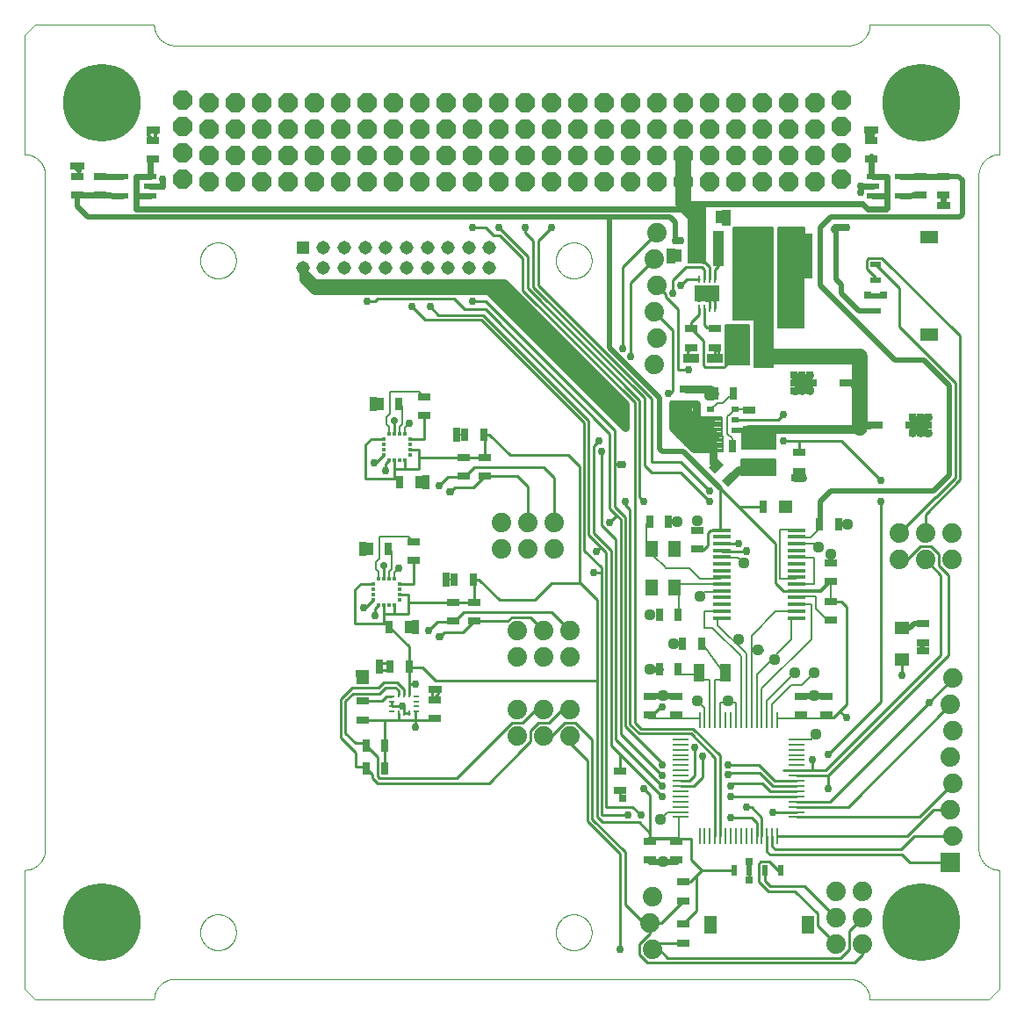
<source format=gtl>
G75*
%MOIN*%
%OFA0B0*%
%FSLAX25Y25*%
%IPPOS*%
%LPD*%
%AMOC8*
5,1,8,0,0,1.08239X$1,22.5*
%
%ADD10C,0.00000*%
%ADD11C,0.29528*%
%ADD12OC8,0.07400*%
%ADD13R,0.06102X0.00984*%
%ADD14R,0.00984X0.06102*%
%ADD15R,0.06890X0.01575*%
%ADD16R,0.03937X0.07087*%
%ADD17R,0.04724X0.03150*%
%ADD18C,0.00800*%
%ADD19R,0.03150X0.04724*%
%ADD20C,0.04400*%
%ADD21C,0.02400*%
%ADD22R,0.04921X0.06299*%
%ADD23R,0.00984X0.03937*%
%ADD24R,0.03937X0.00984*%
%ADD25R,0.05150X0.05150*%
%ADD26C,0.05150*%
%ADD27R,0.04724X0.02362*%
%ADD28R,0.02362X0.03937*%
%ADD29R,0.04921X0.07087*%
%ADD30R,0.03937X0.02362*%
%ADD31R,0.07087X0.04921*%
%ADD32R,0.09370X0.06496*%
%ADD33R,0.00984X0.02756*%
%ADD34R,0.03858X0.13386*%
%ADD35R,0.06299X0.07087*%
%ADD36R,0.02756X0.02000*%
%ADD37R,0.10236X0.03150*%
%ADD38R,0.07400X0.07400*%
%ADD39C,0.07400*%
%ADD40R,0.05512X0.04724*%
%ADD41R,0.00984X0.01870*%
%ADD42R,0.01870X0.00984*%
%ADD43R,0.05118X0.02756*%
%ADD44R,0.01770X0.01180*%
%ADD45R,0.01180X0.01770*%
%ADD46C,0.02978*%
%ADD47C,0.01000*%
%ADD48R,0.02978X0.02978*%
%ADD49C,0.01200*%
%ADD50OC8,0.03175*%
%ADD51R,0.03175X0.03175*%
%ADD52C,0.00600*%
%ADD53C,0.03000*%
%ADD54C,0.02000*%
%ADD55R,0.02781X0.02781*%
%ADD56C,0.02781*%
%ADD57C,0.06000*%
%ADD58C,0.03200*%
D10*
X0087864Y0091801D02*
X0091801Y0087864D01*
X0137077Y0087864D01*
X0137079Y0088054D01*
X0137086Y0088244D01*
X0137098Y0088434D01*
X0137114Y0088624D01*
X0137134Y0088813D01*
X0137160Y0089002D01*
X0137189Y0089190D01*
X0137224Y0089377D01*
X0137263Y0089563D01*
X0137306Y0089748D01*
X0137354Y0089933D01*
X0137406Y0090116D01*
X0137462Y0090297D01*
X0137523Y0090477D01*
X0137589Y0090656D01*
X0137658Y0090833D01*
X0137732Y0091009D01*
X0137810Y0091182D01*
X0137893Y0091354D01*
X0137979Y0091523D01*
X0138069Y0091691D01*
X0138164Y0091856D01*
X0138262Y0092019D01*
X0138365Y0092179D01*
X0138471Y0092337D01*
X0138581Y0092492D01*
X0138694Y0092645D01*
X0138812Y0092795D01*
X0138933Y0092941D01*
X0139057Y0093085D01*
X0139185Y0093226D01*
X0139316Y0093364D01*
X0139451Y0093499D01*
X0139589Y0093630D01*
X0139730Y0093758D01*
X0139874Y0093882D01*
X0140020Y0094003D01*
X0140170Y0094121D01*
X0140323Y0094234D01*
X0140478Y0094344D01*
X0140636Y0094450D01*
X0140796Y0094553D01*
X0140959Y0094651D01*
X0141124Y0094746D01*
X0141292Y0094836D01*
X0141461Y0094922D01*
X0141633Y0095005D01*
X0141806Y0095083D01*
X0141982Y0095157D01*
X0142159Y0095226D01*
X0142338Y0095292D01*
X0142518Y0095353D01*
X0142699Y0095409D01*
X0142882Y0095461D01*
X0143067Y0095509D01*
X0143252Y0095552D01*
X0143438Y0095591D01*
X0143625Y0095626D01*
X0143813Y0095655D01*
X0144002Y0095681D01*
X0144191Y0095701D01*
X0144381Y0095717D01*
X0144571Y0095729D01*
X0144761Y0095736D01*
X0144951Y0095738D01*
X0400856Y0095738D01*
X0401046Y0095736D01*
X0401236Y0095729D01*
X0401426Y0095717D01*
X0401616Y0095701D01*
X0401805Y0095681D01*
X0401994Y0095655D01*
X0402182Y0095626D01*
X0402369Y0095591D01*
X0402555Y0095552D01*
X0402740Y0095509D01*
X0402925Y0095461D01*
X0403108Y0095409D01*
X0403289Y0095353D01*
X0403469Y0095292D01*
X0403648Y0095226D01*
X0403825Y0095157D01*
X0404001Y0095083D01*
X0404174Y0095005D01*
X0404346Y0094922D01*
X0404515Y0094836D01*
X0404683Y0094746D01*
X0404848Y0094651D01*
X0405011Y0094553D01*
X0405171Y0094450D01*
X0405329Y0094344D01*
X0405484Y0094234D01*
X0405637Y0094121D01*
X0405787Y0094003D01*
X0405933Y0093882D01*
X0406077Y0093758D01*
X0406218Y0093630D01*
X0406356Y0093499D01*
X0406491Y0093364D01*
X0406622Y0093226D01*
X0406750Y0093085D01*
X0406874Y0092941D01*
X0406995Y0092795D01*
X0407113Y0092645D01*
X0407226Y0092492D01*
X0407336Y0092337D01*
X0407442Y0092179D01*
X0407545Y0092019D01*
X0407643Y0091856D01*
X0407738Y0091691D01*
X0407828Y0091523D01*
X0407914Y0091354D01*
X0407997Y0091182D01*
X0408075Y0091009D01*
X0408149Y0090833D01*
X0408218Y0090656D01*
X0408284Y0090477D01*
X0408345Y0090297D01*
X0408401Y0090116D01*
X0408453Y0089933D01*
X0408501Y0089748D01*
X0408544Y0089563D01*
X0408583Y0089377D01*
X0408618Y0089190D01*
X0408647Y0089002D01*
X0408673Y0088813D01*
X0408693Y0088624D01*
X0408709Y0088434D01*
X0408721Y0088244D01*
X0408728Y0088054D01*
X0408730Y0087864D01*
X0454006Y0087864D01*
X0457943Y0091801D01*
X0457943Y0137077D01*
X0457753Y0137079D01*
X0457563Y0137086D01*
X0457373Y0137098D01*
X0457183Y0137114D01*
X0456994Y0137134D01*
X0456805Y0137160D01*
X0456617Y0137189D01*
X0456430Y0137224D01*
X0456244Y0137263D01*
X0456059Y0137306D01*
X0455874Y0137354D01*
X0455691Y0137406D01*
X0455510Y0137462D01*
X0455330Y0137523D01*
X0455151Y0137589D01*
X0454974Y0137658D01*
X0454798Y0137732D01*
X0454625Y0137810D01*
X0454453Y0137893D01*
X0454284Y0137979D01*
X0454116Y0138069D01*
X0453951Y0138164D01*
X0453788Y0138262D01*
X0453628Y0138365D01*
X0453470Y0138471D01*
X0453315Y0138581D01*
X0453162Y0138694D01*
X0453012Y0138812D01*
X0452866Y0138933D01*
X0452722Y0139057D01*
X0452581Y0139185D01*
X0452443Y0139316D01*
X0452308Y0139451D01*
X0452177Y0139589D01*
X0452049Y0139730D01*
X0451925Y0139874D01*
X0451804Y0140020D01*
X0451686Y0140170D01*
X0451573Y0140323D01*
X0451463Y0140478D01*
X0451357Y0140636D01*
X0451254Y0140796D01*
X0451156Y0140959D01*
X0451061Y0141124D01*
X0450971Y0141292D01*
X0450885Y0141461D01*
X0450802Y0141633D01*
X0450724Y0141806D01*
X0450650Y0141982D01*
X0450581Y0142159D01*
X0450515Y0142338D01*
X0450454Y0142518D01*
X0450398Y0142699D01*
X0450346Y0142882D01*
X0450298Y0143067D01*
X0450255Y0143252D01*
X0450216Y0143438D01*
X0450181Y0143625D01*
X0450152Y0143813D01*
X0450126Y0144002D01*
X0450106Y0144191D01*
X0450090Y0144381D01*
X0450078Y0144571D01*
X0450071Y0144761D01*
X0450069Y0144951D01*
X0450069Y0400856D01*
X0450071Y0401046D01*
X0450078Y0401236D01*
X0450090Y0401426D01*
X0450106Y0401616D01*
X0450126Y0401805D01*
X0450152Y0401994D01*
X0450181Y0402182D01*
X0450216Y0402369D01*
X0450255Y0402555D01*
X0450298Y0402740D01*
X0450346Y0402925D01*
X0450398Y0403108D01*
X0450454Y0403289D01*
X0450515Y0403469D01*
X0450581Y0403648D01*
X0450650Y0403825D01*
X0450724Y0404001D01*
X0450802Y0404174D01*
X0450885Y0404346D01*
X0450971Y0404515D01*
X0451061Y0404683D01*
X0451156Y0404848D01*
X0451254Y0405011D01*
X0451357Y0405171D01*
X0451463Y0405329D01*
X0451573Y0405484D01*
X0451686Y0405637D01*
X0451804Y0405787D01*
X0451925Y0405933D01*
X0452049Y0406077D01*
X0452177Y0406218D01*
X0452308Y0406356D01*
X0452443Y0406491D01*
X0452581Y0406622D01*
X0452722Y0406750D01*
X0452866Y0406874D01*
X0453012Y0406995D01*
X0453162Y0407113D01*
X0453315Y0407226D01*
X0453470Y0407336D01*
X0453628Y0407442D01*
X0453788Y0407545D01*
X0453951Y0407643D01*
X0454116Y0407738D01*
X0454284Y0407828D01*
X0454453Y0407914D01*
X0454625Y0407997D01*
X0454798Y0408075D01*
X0454974Y0408149D01*
X0455151Y0408218D01*
X0455330Y0408284D01*
X0455510Y0408345D01*
X0455691Y0408401D01*
X0455874Y0408453D01*
X0456059Y0408501D01*
X0456244Y0408544D01*
X0456430Y0408583D01*
X0456617Y0408618D01*
X0456805Y0408647D01*
X0456994Y0408673D01*
X0457183Y0408693D01*
X0457373Y0408709D01*
X0457563Y0408721D01*
X0457753Y0408728D01*
X0457943Y0408730D01*
X0457943Y0454006D01*
X0454006Y0457943D01*
X0408730Y0457943D01*
X0408728Y0457753D01*
X0408721Y0457563D01*
X0408709Y0457373D01*
X0408693Y0457183D01*
X0408673Y0456994D01*
X0408647Y0456805D01*
X0408618Y0456617D01*
X0408583Y0456430D01*
X0408544Y0456244D01*
X0408501Y0456059D01*
X0408453Y0455874D01*
X0408401Y0455691D01*
X0408345Y0455510D01*
X0408284Y0455330D01*
X0408218Y0455151D01*
X0408149Y0454974D01*
X0408075Y0454798D01*
X0407997Y0454625D01*
X0407914Y0454453D01*
X0407828Y0454284D01*
X0407738Y0454116D01*
X0407643Y0453951D01*
X0407545Y0453788D01*
X0407442Y0453628D01*
X0407336Y0453470D01*
X0407226Y0453315D01*
X0407113Y0453162D01*
X0406995Y0453012D01*
X0406874Y0452866D01*
X0406750Y0452722D01*
X0406622Y0452581D01*
X0406491Y0452443D01*
X0406356Y0452308D01*
X0406218Y0452177D01*
X0406077Y0452049D01*
X0405933Y0451925D01*
X0405787Y0451804D01*
X0405637Y0451686D01*
X0405484Y0451573D01*
X0405329Y0451463D01*
X0405171Y0451357D01*
X0405011Y0451254D01*
X0404848Y0451156D01*
X0404683Y0451061D01*
X0404515Y0450971D01*
X0404346Y0450885D01*
X0404174Y0450802D01*
X0404001Y0450724D01*
X0403825Y0450650D01*
X0403648Y0450581D01*
X0403469Y0450515D01*
X0403289Y0450454D01*
X0403108Y0450398D01*
X0402925Y0450346D01*
X0402740Y0450298D01*
X0402555Y0450255D01*
X0402369Y0450216D01*
X0402182Y0450181D01*
X0401994Y0450152D01*
X0401805Y0450126D01*
X0401616Y0450106D01*
X0401426Y0450090D01*
X0401236Y0450078D01*
X0401046Y0450071D01*
X0400856Y0450069D01*
X0144951Y0450069D01*
X0144761Y0450071D01*
X0144571Y0450078D01*
X0144381Y0450090D01*
X0144191Y0450106D01*
X0144002Y0450126D01*
X0143813Y0450152D01*
X0143625Y0450181D01*
X0143438Y0450216D01*
X0143252Y0450255D01*
X0143067Y0450298D01*
X0142882Y0450346D01*
X0142699Y0450398D01*
X0142518Y0450454D01*
X0142338Y0450515D01*
X0142159Y0450581D01*
X0141982Y0450650D01*
X0141806Y0450724D01*
X0141633Y0450802D01*
X0141461Y0450885D01*
X0141292Y0450971D01*
X0141124Y0451061D01*
X0140959Y0451156D01*
X0140796Y0451254D01*
X0140636Y0451357D01*
X0140478Y0451463D01*
X0140323Y0451573D01*
X0140170Y0451686D01*
X0140020Y0451804D01*
X0139874Y0451925D01*
X0139730Y0452049D01*
X0139589Y0452177D01*
X0139451Y0452308D01*
X0139316Y0452443D01*
X0139185Y0452581D01*
X0139057Y0452722D01*
X0138933Y0452866D01*
X0138812Y0453012D01*
X0138694Y0453162D01*
X0138581Y0453315D01*
X0138471Y0453470D01*
X0138365Y0453628D01*
X0138262Y0453788D01*
X0138164Y0453951D01*
X0138069Y0454116D01*
X0137979Y0454284D01*
X0137893Y0454453D01*
X0137810Y0454625D01*
X0137732Y0454798D01*
X0137658Y0454974D01*
X0137589Y0455151D01*
X0137523Y0455330D01*
X0137462Y0455510D01*
X0137406Y0455691D01*
X0137354Y0455874D01*
X0137306Y0456059D01*
X0137263Y0456244D01*
X0137224Y0456430D01*
X0137189Y0456617D01*
X0137160Y0456805D01*
X0137134Y0456994D01*
X0137114Y0457183D01*
X0137098Y0457373D01*
X0137086Y0457563D01*
X0137079Y0457753D01*
X0137077Y0457943D01*
X0091801Y0457943D01*
X0087864Y0454006D01*
X0087864Y0408730D01*
X0088054Y0408728D01*
X0088244Y0408721D01*
X0088434Y0408709D01*
X0088624Y0408693D01*
X0088813Y0408673D01*
X0089002Y0408647D01*
X0089190Y0408618D01*
X0089377Y0408583D01*
X0089563Y0408544D01*
X0089748Y0408501D01*
X0089933Y0408453D01*
X0090116Y0408401D01*
X0090297Y0408345D01*
X0090477Y0408284D01*
X0090656Y0408218D01*
X0090833Y0408149D01*
X0091009Y0408075D01*
X0091182Y0407997D01*
X0091354Y0407914D01*
X0091523Y0407828D01*
X0091691Y0407738D01*
X0091856Y0407643D01*
X0092019Y0407545D01*
X0092179Y0407442D01*
X0092337Y0407336D01*
X0092492Y0407226D01*
X0092645Y0407113D01*
X0092795Y0406995D01*
X0092941Y0406874D01*
X0093085Y0406750D01*
X0093226Y0406622D01*
X0093364Y0406491D01*
X0093499Y0406356D01*
X0093630Y0406218D01*
X0093758Y0406077D01*
X0093882Y0405933D01*
X0094003Y0405787D01*
X0094121Y0405637D01*
X0094234Y0405484D01*
X0094344Y0405329D01*
X0094450Y0405171D01*
X0094553Y0405011D01*
X0094651Y0404848D01*
X0094746Y0404683D01*
X0094836Y0404515D01*
X0094922Y0404346D01*
X0095005Y0404174D01*
X0095083Y0404001D01*
X0095157Y0403825D01*
X0095226Y0403648D01*
X0095292Y0403469D01*
X0095353Y0403289D01*
X0095409Y0403108D01*
X0095461Y0402925D01*
X0095509Y0402740D01*
X0095552Y0402555D01*
X0095591Y0402369D01*
X0095626Y0402182D01*
X0095655Y0401994D01*
X0095681Y0401805D01*
X0095701Y0401616D01*
X0095717Y0401426D01*
X0095729Y0401236D01*
X0095736Y0401046D01*
X0095738Y0400856D01*
X0095738Y0144951D01*
X0095736Y0144761D01*
X0095729Y0144571D01*
X0095717Y0144381D01*
X0095701Y0144191D01*
X0095681Y0144002D01*
X0095655Y0143813D01*
X0095626Y0143625D01*
X0095591Y0143438D01*
X0095552Y0143252D01*
X0095509Y0143067D01*
X0095461Y0142882D01*
X0095409Y0142699D01*
X0095353Y0142518D01*
X0095292Y0142338D01*
X0095226Y0142159D01*
X0095157Y0141982D01*
X0095083Y0141806D01*
X0095005Y0141633D01*
X0094922Y0141461D01*
X0094836Y0141292D01*
X0094746Y0141124D01*
X0094651Y0140959D01*
X0094553Y0140796D01*
X0094450Y0140636D01*
X0094344Y0140478D01*
X0094234Y0140323D01*
X0094121Y0140170D01*
X0094003Y0140020D01*
X0093882Y0139874D01*
X0093758Y0139730D01*
X0093630Y0139589D01*
X0093499Y0139451D01*
X0093364Y0139316D01*
X0093226Y0139185D01*
X0093085Y0139057D01*
X0092941Y0138933D01*
X0092795Y0138812D01*
X0092645Y0138694D01*
X0092492Y0138581D01*
X0092337Y0138471D01*
X0092179Y0138365D01*
X0092019Y0138262D01*
X0091856Y0138164D01*
X0091691Y0138069D01*
X0091523Y0137979D01*
X0091354Y0137893D01*
X0091182Y0137810D01*
X0091009Y0137732D01*
X0090833Y0137658D01*
X0090656Y0137589D01*
X0090477Y0137523D01*
X0090297Y0137462D01*
X0090116Y0137406D01*
X0089933Y0137354D01*
X0089748Y0137306D01*
X0089563Y0137263D01*
X0089377Y0137224D01*
X0089190Y0137189D01*
X0089002Y0137160D01*
X0088813Y0137134D01*
X0088624Y0137114D01*
X0088434Y0137098D01*
X0088244Y0137086D01*
X0088054Y0137079D01*
X0087864Y0137077D01*
X0087864Y0091801D01*
X0154593Y0113423D02*
X0154595Y0113590D01*
X0154601Y0113756D01*
X0154611Y0113923D01*
X0154626Y0114089D01*
X0154644Y0114254D01*
X0154667Y0114419D01*
X0154693Y0114584D01*
X0154723Y0114748D01*
X0154758Y0114911D01*
X0154797Y0115073D01*
X0154839Y0115234D01*
X0154885Y0115394D01*
X0154936Y0115553D01*
X0154990Y0115711D01*
X0155048Y0115867D01*
X0155110Y0116022D01*
X0155176Y0116175D01*
X0155245Y0116327D01*
X0155318Y0116476D01*
X0155395Y0116624D01*
X0155475Y0116770D01*
X0155559Y0116914D01*
X0155647Y0117056D01*
X0155737Y0117196D01*
X0155832Y0117333D01*
X0155929Y0117468D01*
X0156030Y0117601D01*
X0156134Y0117731D01*
X0156242Y0117859D01*
X0156352Y0117984D01*
X0156466Y0118106D01*
X0156582Y0118225D01*
X0156701Y0118341D01*
X0156823Y0118455D01*
X0156948Y0118565D01*
X0157076Y0118673D01*
X0157206Y0118777D01*
X0157339Y0118878D01*
X0157474Y0118975D01*
X0157611Y0119070D01*
X0157751Y0119160D01*
X0157893Y0119248D01*
X0158037Y0119332D01*
X0158183Y0119412D01*
X0158331Y0119489D01*
X0158480Y0119562D01*
X0158632Y0119631D01*
X0158785Y0119697D01*
X0158940Y0119759D01*
X0159096Y0119817D01*
X0159254Y0119871D01*
X0159413Y0119922D01*
X0159573Y0119968D01*
X0159734Y0120010D01*
X0159896Y0120049D01*
X0160059Y0120084D01*
X0160223Y0120114D01*
X0160388Y0120140D01*
X0160553Y0120163D01*
X0160718Y0120181D01*
X0160884Y0120196D01*
X0161051Y0120206D01*
X0161217Y0120212D01*
X0161384Y0120214D01*
X0161551Y0120212D01*
X0161717Y0120206D01*
X0161884Y0120196D01*
X0162050Y0120181D01*
X0162215Y0120163D01*
X0162380Y0120140D01*
X0162545Y0120114D01*
X0162709Y0120084D01*
X0162872Y0120049D01*
X0163034Y0120010D01*
X0163195Y0119968D01*
X0163355Y0119922D01*
X0163514Y0119871D01*
X0163672Y0119817D01*
X0163828Y0119759D01*
X0163983Y0119697D01*
X0164136Y0119631D01*
X0164288Y0119562D01*
X0164437Y0119489D01*
X0164585Y0119412D01*
X0164731Y0119332D01*
X0164875Y0119248D01*
X0165017Y0119160D01*
X0165157Y0119070D01*
X0165294Y0118975D01*
X0165429Y0118878D01*
X0165562Y0118777D01*
X0165692Y0118673D01*
X0165820Y0118565D01*
X0165945Y0118455D01*
X0166067Y0118341D01*
X0166186Y0118225D01*
X0166302Y0118106D01*
X0166416Y0117984D01*
X0166526Y0117859D01*
X0166634Y0117731D01*
X0166738Y0117601D01*
X0166839Y0117468D01*
X0166936Y0117333D01*
X0167031Y0117196D01*
X0167121Y0117056D01*
X0167209Y0116914D01*
X0167293Y0116770D01*
X0167373Y0116624D01*
X0167450Y0116476D01*
X0167523Y0116327D01*
X0167592Y0116175D01*
X0167658Y0116022D01*
X0167720Y0115867D01*
X0167778Y0115711D01*
X0167832Y0115553D01*
X0167883Y0115394D01*
X0167929Y0115234D01*
X0167971Y0115073D01*
X0168010Y0114911D01*
X0168045Y0114748D01*
X0168075Y0114584D01*
X0168101Y0114419D01*
X0168124Y0114254D01*
X0168142Y0114089D01*
X0168157Y0113923D01*
X0168167Y0113756D01*
X0168173Y0113590D01*
X0168175Y0113423D01*
X0168173Y0113256D01*
X0168167Y0113090D01*
X0168157Y0112923D01*
X0168142Y0112757D01*
X0168124Y0112592D01*
X0168101Y0112427D01*
X0168075Y0112262D01*
X0168045Y0112098D01*
X0168010Y0111935D01*
X0167971Y0111773D01*
X0167929Y0111612D01*
X0167883Y0111452D01*
X0167832Y0111293D01*
X0167778Y0111135D01*
X0167720Y0110979D01*
X0167658Y0110824D01*
X0167592Y0110671D01*
X0167523Y0110519D01*
X0167450Y0110370D01*
X0167373Y0110222D01*
X0167293Y0110076D01*
X0167209Y0109932D01*
X0167121Y0109790D01*
X0167031Y0109650D01*
X0166936Y0109513D01*
X0166839Y0109378D01*
X0166738Y0109245D01*
X0166634Y0109115D01*
X0166526Y0108987D01*
X0166416Y0108862D01*
X0166302Y0108740D01*
X0166186Y0108621D01*
X0166067Y0108505D01*
X0165945Y0108391D01*
X0165820Y0108281D01*
X0165692Y0108173D01*
X0165562Y0108069D01*
X0165429Y0107968D01*
X0165294Y0107871D01*
X0165157Y0107776D01*
X0165017Y0107686D01*
X0164875Y0107598D01*
X0164731Y0107514D01*
X0164585Y0107434D01*
X0164437Y0107357D01*
X0164288Y0107284D01*
X0164136Y0107215D01*
X0163983Y0107149D01*
X0163828Y0107087D01*
X0163672Y0107029D01*
X0163514Y0106975D01*
X0163355Y0106924D01*
X0163195Y0106878D01*
X0163034Y0106836D01*
X0162872Y0106797D01*
X0162709Y0106762D01*
X0162545Y0106732D01*
X0162380Y0106706D01*
X0162215Y0106683D01*
X0162050Y0106665D01*
X0161884Y0106650D01*
X0161717Y0106640D01*
X0161551Y0106634D01*
X0161384Y0106632D01*
X0161217Y0106634D01*
X0161051Y0106640D01*
X0160884Y0106650D01*
X0160718Y0106665D01*
X0160553Y0106683D01*
X0160388Y0106706D01*
X0160223Y0106732D01*
X0160059Y0106762D01*
X0159896Y0106797D01*
X0159734Y0106836D01*
X0159573Y0106878D01*
X0159413Y0106924D01*
X0159254Y0106975D01*
X0159096Y0107029D01*
X0158940Y0107087D01*
X0158785Y0107149D01*
X0158632Y0107215D01*
X0158480Y0107284D01*
X0158331Y0107357D01*
X0158183Y0107434D01*
X0158037Y0107514D01*
X0157893Y0107598D01*
X0157751Y0107686D01*
X0157611Y0107776D01*
X0157474Y0107871D01*
X0157339Y0107968D01*
X0157206Y0108069D01*
X0157076Y0108173D01*
X0156948Y0108281D01*
X0156823Y0108391D01*
X0156701Y0108505D01*
X0156582Y0108621D01*
X0156466Y0108740D01*
X0156352Y0108862D01*
X0156242Y0108987D01*
X0156134Y0109115D01*
X0156030Y0109245D01*
X0155929Y0109378D01*
X0155832Y0109513D01*
X0155737Y0109650D01*
X0155647Y0109790D01*
X0155559Y0109932D01*
X0155475Y0110076D01*
X0155395Y0110222D01*
X0155318Y0110370D01*
X0155245Y0110519D01*
X0155176Y0110671D01*
X0155110Y0110824D01*
X0155048Y0110979D01*
X0154990Y0111135D01*
X0154936Y0111293D01*
X0154885Y0111452D01*
X0154839Y0111612D01*
X0154797Y0111773D01*
X0154758Y0111935D01*
X0154723Y0112098D01*
X0154693Y0112262D01*
X0154667Y0112427D01*
X0154644Y0112592D01*
X0154626Y0112757D01*
X0154611Y0112923D01*
X0154601Y0113090D01*
X0154595Y0113256D01*
X0154593Y0113423D01*
X0289593Y0113423D02*
X0289595Y0113590D01*
X0289601Y0113756D01*
X0289611Y0113923D01*
X0289626Y0114089D01*
X0289644Y0114254D01*
X0289667Y0114419D01*
X0289693Y0114584D01*
X0289723Y0114748D01*
X0289758Y0114911D01*
X0289797Y0115073D01*
X0289839Y0115234D01*
X0289885Y0115394D01*
X0289936Y0115553D01*
X0289990Y0115711D01*
X0290048Y0115867D01*
X0290110Y0116022D01*
X0290176Y0116175D01*
X0290245Y0116327D01*
X0290318Y0116476D01*
X0290395Y0116624D01*
X0290475Y0116770D01*
X0290559Y0116914D01*
X0290647Y0117056D01*
X0290737Y0117196D01*
X0290832Y0117333D01*
X0290929Y0117468D01*
X0291030Y0117601D01*
X0291134Y0117731D01*
X0291242Y0117859D01*
X0291352Y0117984D01*
X0291466Y0118106D01*
X0291582Y0118225D01*
X0291701Y0118341D01*
X0291823Y0118455D01*
X0291948Y0118565D01*
X0292076Y0118673D01*
X0292206Y0118777D01*
X0292339Y0118878D01*
X0292474Y0118975D01*
X0292611Y0119070D01*
X0292751Y0119160D01*
X0292893Y0119248D01*
X0293037Y0119332D01*
X0293183Y0119412D01*
X0293331Y0119489D01*
X0293480Y0119562D01*
X0293632Y0119631D01*
X0293785Y0119697D01*
X0293940Y0119759D01*
X0294096Y0119817D01*
X0294254Y0119871D01*
X0294413Y0119922D01*
X0294573Y0119968D01*
X0294734Y0120010D01*
X0294896Y0120049D01*
X0295059Y0120084D01*
X0295223Y0120114D01*
X0295388Y0120140D01*
X0295553Y0120163D01*
X0295718Y0120181D01*
X0295884Y0120196D01*
X0296051Y0120206D01*
X0296217Y0120212D01*
X0296384Y0120214D01*
X0296551Y0120212D01*
X0296717Y0120206D01*
X0296884Y0120196D01*
X0297050Y0120181D01*
X0297215Y0120163D01*
X0297380Y0120140D01*
X0297545Y0120114D01*
X0297709Y0120084D01*
X0297872Y0120049D01*
X0298034Y0120010D01*
X0298195Y0119968D01*
X0298355Y0119922D01*
X0298514Y0119871D01*
X0298672Y0119817D01*
X0298828Y0119759D01*
X0298983Y0119697D01*
X0299136Y0119631D01*
X0299288Y0119562D01*
X0299437Y0119489D01*
X0299585Y0119412D01*
X0299731Y0119332D01*
X0299875Y0119248D01*
X0300017Y0119160D01*
X0300157Y0119070D01*
X0300294Y0118975D01*
X0300429Y0118878D01*
X0300562Y0118777D01*
X0300692Y0118673D01*
X0300820Y0118565D01*
X0300945Y0118455D01*
X0301067Y0118341D01*
X0301186Y0118225D01*
X0301302Y0118106D01*
X0301416Y0117984D01*
X0301526Y0117859D01*
X0301634Y0117731D01*
X0301738Y0117601D01*
X0301839Y0117468D01*
X0301936Y0117333D01*
X0302031Y0117196D01*
X0302121Y0117056D01*
X0302209Y0116914D01*
X0302293Y0116770D01*
X0302373Y0116624D01*
X0302450Y0116476D01*
X0302523Y0116327D01*
X0302592Y0116175D01*
X0302658Y0116022D01*
X0302720Y0115867D01*
X0302778Y0115711D01*
X0302832Y0115553D01*
X0302883Y0115394D01*
X0302929Y0115234D01*
X0302971Y0115073D01*
X0303010Y0114911D01*
X0303045Y0114748D01*
X0303075Y0114584D01*
X0303101Y0114419D01*
X0303124Y0114254D01*
X0303142Y0114089D01*
X0303157Y0113923D01*
X0303167Y0113756D01*
X0303173Y0113590D01*
X0303175Y0113423D01*
X0303173Y0113256D01*
X0303167Y0113090D01*
X0303157Y0112923D01*
X0303142Y0112757D01*
X0303124Y0112592D01*
X0303101Y0112427D01*
X0303075Y0112262D01*
X0303045Y0112098D01*
X0303010Y0111935D01*
X0302971Y0111773D01*
X0302929Y0111612D01*
X0302883Y0111452D01*
X0302832Y0111293D01*
X0302778Y0111135D01*
X0302720Y0110979D01*
X0302658Y0110824D01*
X0302592Y0110671D01*
X0302523Y0110519D01*
X0302450Y0110370D01*
X0302373Y0110222D01*
X0302293Y0110076D01*
X0302209Y0109932D01*
X0302121Y0109790D01*
X0302031Y0109650D01*
X0301936Y0109513D01*
X0301839Y0109378D01*
X0301738Y0109245D01*
X0301634Y0109115D01*
X0301526Y0108987D01*
X0301416Y0108862D01*
X0301302Y0108740D01*
X0301186Y0108621D01*
X0301067Y0108505D01*
X0300945Y0108391D01*
X0300820Y0108281D01*
X0300692Y0108173D01*
X0300562Y0108069D01*
X0300429Y0107968D01*
X0300294Y0107871D01*
X0300157Y0107776D01*
X0300017Y0107686D01*
X0299875Y0107598D01*
X0299731Y0107514D01*
X0299585Y0107434D01*
X0299437Y0107357D01*
X0299288Y0107284D01*
X0299136Y0107215D01*
X0298983Y0107149D01*
X0298828Y0107087D01*
X0298672Y0107029D01*
X0298514Y0106975D01*
X0298355Y0106924D01*
X0298195Y0106878D01*
X0298034Y0106836D01*
X0297872Y0106797D01*
X0297709Y0106762D01*
X0297545Y0106732D01*
X0297380Y0106706D01*
X0297215Y0106683D01*
X0297050Y0106665D01*
X0296884Y0106650D01*
X0296717Y0106640D01*
X0296551Y0106634D01*
X0296384Y0106632D01*
X0296217Y0106634D01*
X0296051Y0106640D01*
X0295884Y0106650D01*
X0295718Y0106665D01*
X0295553Y0106683D01*
X0295388Y0106706D01*
X0295223Y0106732D01*
X0295059Y0106762D01*
X0294896Y0106797D01*
X0294734Y0106836D01*
X0294573Y0106878D01*
X0294413Y0106924D01*
X0294254Y0106975D01*
X0294096Y0107029D01*
X0293940Y0107087D01*
X0293785Y0107149D01*
X0293632Y0107215D01*
X0293480Y0107284D01*
X0293331Y0107357D01*
X0293183Y0107434D01*
X0293037Y0107514D01*
X0292893Y0107598D01*
X0292751Y0107686D01*
X0292611Y0107776D01*
X0292474Y0107871D01*
X0292339Y0107968D01*
X0292206Y0108069D01*
X0292076Y0108173D01*
X0291948Y0108281D01*
X0291823Y0108391D01*
X0291701Y0108505D01*
X0291582Y0108621D01*
X0291466Y0108740D01*
X0291352Y0108862D01*
X0291242Y0108987D01*
X0291134Y0109115D01*
X0291030Y0109245D01*
X0290929Y0109378D01*
X0290832Y0109513D01*
X0290737Y0109650D01*
X0290647Y0109790D01*
X0290559Y0109932D01*
X0290475Y0110076D01*
X0290395Y0110222D01*
X0290318Y0110370D01*
X0290245Y0110519D01*
X0290176Y0110671D01*
X0290110Y0110824D01*
X0290048Y0110979D01*
X0289990Y0111135D01*
X0289936Y0111293D01*
X0289885Y0111452D01*
X0289839Y0111612D01*
X0289797Y0111773D01*
X0289758Y0111935D01*
X0289723Y0112098D01*
X0289693Y0112262D01*
X0289667Y0112427D01*
X0289644Y0112592D01*
X0289626Y0112757D01*
X0289611Y0112923D01*
X0289601Y0113090D01*
X0289595Y0113256D01*
X0289593Y0113423D01*
X0289593Y0368423D02*
X0289595Y0368590D01*
X0289601Y0368756D01*
X0289611Y0368923D01*
X0289626Y0369089D01*
X0289644Y0369254D01*
X0289667Y0369419D01*
X0289693Y0369584D01*
X0289723Y0369748D01*
X0289758Y0369911D01*
X0289797Y0370073D01*
X0289839Y0370234D01*
X0289885Y0370394D01*
X0289936Y0370553D01*
X0289990Y0370711D01*
X0290048Y0370867D01*
X0290110Y0371022D01*
X0290176Y0371175D01*
X0290245Y0371327D01*
X0290318Y0371476D01*
X0290395Y0371624D01*
X0290475Y0371770D01*
X0290559Y0371914D01*
X0290647Y0372056D01*
X0290737Y0372196D01*
X0290832Y0372333D01*
X0290929Y0372468D01*
X0291030Y0372601D01*
X0291134Y0372731D01*
X0291242Y0372859D01*
X0291352Y0372984D01*
X0291466Y0373106D01*
X0291582Y0373225D01*
X0291701Y0373341D01*
X0291823Y0373455D01*
X0291948Y0373565D01*
X0292076Y0373673D01*
X0292206Y0373777D01*
X0292339Y0373878D01*
X0292474Y0373975D01*
X0292611Y0374070D01*
X0292751Y0374160D01*
X0292893Y0374248D01*
X0293037Y0374332D01*
X0293183Y0374412D01*
X0293331Y0374489D01*
X0293480Y0374562D01*
X0293632Y0374631D01*
X0293785Y0374697D01*
X0293940Y0374759D01*
X0294096Y0374817D01*
X0294254Y0374871D01*
X0294413Y0374922D01*
X0294573Y0374968D01*
X0294734Y0375010D01*
X0294896Y0375049D01*
X0295059Y0375084D01*
X0295223Y0375114D01*
X0295388Y0375140D01*
X0295553Y0375163D01*
X0295718Y0375181D01*
X0295884Y0375196D01*
X0296051Y0375206D01*
X0296217Y0375212D01*
X0296384Y0375214D01*
X0296551Y0375212D01*
X0296717Y0375206D01*
X0296884Y0375196D01*
X0297050Y0375181D01*
X0297215Y0375163D01*
X0297380Y0375140D01*
X0297545Y0375114D01*
X0297709Y0375084D01*
X0297872Y0375049D01*
X0298034Y0375010D01*
X0298195Y0374968D01*
X0298355Y0374922D01*
X0298514Y0374871D01*
X0298672Y0374817D01*
X0298828Y0374759D01*
X0298983Y0374697D01*
X0299136Y0374631D01*
X0299288Y0374562D01*
X0299437Y0374489D01*
X0299585Y0374412D01*
X0299731Y0374332D01*
X0299875Y0374248D01*
X0300017Y0374160D01*
X0300157Y0374070D01*
X0300294Y0373975D01*
X0300429Y0373878D01*
X0300562Y0373777D01*
X0300692Y0373673D01*
X0300820Y0373565D01*
X0300945Y0373455D01*
X0301067Y0373341D01*
X0301186Y0373225D01*
X0301302Y0373106D01*
X0301416Y0372984D01*
X0301526Y0372859D01*
X0301634Y0372731D01*
X0301738Y0372601D01*
X0301839Y0372468D01*
X0301936Y0372333D01*
X0302031Y0372196D01*
X0302121Y0372056D01*
X0302209Y0371914D01*
X0302293Y0371770D01*
X0302373Y0371624D01*
X0302450Y0371476D01*
X0302523Y0371327D01*
X0302592Y0371175D01*
X0302658Y0371022D01*
X0302720Y0370867D01*
X0302778Y0370711D01*
X0302832Y0370553D01*
X0302883Y0370394D01*
X0302929Y0370234D01*
X0302971Y0370073D01*
X0303010Y0369911D01*
X0303045Y0369748D01*
X0303075Y0369584D01*
X0303101Y0369419D01*
X0303124Y0369254D01*
X0303142Y0369089D01*
X0303157Y0368923D01*
X0303167Y0368756D01*
X0303173Y0368590D01*
X0303175Y0368423D01*
X0303173Y0368256D01*
X0303167Y0368090D01*
X0303157Y0367923D01*
X0303142Y0367757D01*
X0303124Y0367592D01*
X0303101Y0367427D01*
X0303075Y0367262D01*
X0303045Y0367098D01*
X0303010Y0366935D01*
X0302971Y0366773D01*
X0302929Y0366612D01*
X0302883Y0366452D01*
X0302832Y0366293D01*
X0302778Y0366135D01*
X0302720Y0365979D01*
X0302658Y0365824D01*
X0302592Y0365671D01*
X0302523Y0365519D01*
X0302450Y0365370D01*
X0302373Y0365222D01*
X0302293Y0365076D01*
X0302209Y0364932D01*
X0302121Y0364790D01*
X0302031Y0364650D01*
X0301936Y0364513D01*
X0301839Y0364378D01*
X0301738Y0364245D01*
X0301634Y0364115D01*
X0301526Y0363987D01*
X0301416Y0363862D01*
X0301302Y0363740D01*
X0301186Y0363621D01*
X0301067Y0363505D01*
X0300945Y0363391D01*
X0300820Y0363281D01*
X0300692Y0363173D01*
X0300562Y0363069D01*
X0300429Y0362968D01*
X0300294Y0362871D01*
X0300157Y0362776D01*
X0300017Y0362686D01*
X0299875Y0362598D01*
X0299731Y0362514D01*
X0299585Y0362434D01*
X0299437Y0362357D01*
X0299288Y0362284D01*
X0299136Y0362215D01*
X0298983Y0362149D01*
X0298828Y0362087D01*
X0298672Y0362029D01*
X0298514Y0361975D01*
X0298355Y0361924D01*
X0298195Y0361878D01*
X0298034Y0361836D01*
X0297872Y0361797D01*
X0297709Y0361762D01*
X0297545Y0361732D01*
X0297380Y0361706D01*
X0297215Y0361683D01*
X0297050Y0361665D01*
X0296884Y0361650D01*
X0296717Y0361640D01*
X0296551Y0361634D01*
X0296384Y0361632D01*
X0296217Y0361634D01*
X0296051Y0361640D01*
X0295884Y0361650D01*
X0295718Y0361665D01*
X0295553Y0361683D01*
X0295388Y0361706D01*
X0295223Y0361732D01*
X0295059Y0361762D01*
X0294896Y0361797D01*
X0294734Y0361836D01*
X0294573Y0361878D01*
X0294413Y0361924D01*
X0294254Y0361975D01*
X0294096Y0362029D01*
X0293940Y0362087D01*
X0293785Y0362149D01*
X0293632Y0362215D01*
X0293480Y0362284D01*
X0293331Y0362357D01*
X0293183Y0362434D01*
X0293037Y0362514D01*
X0292893Y0362598D01*
X0292751Y0362686D01*
X0292611Y0362776D01*
X0292474Y0362871D01*
X0292339Y0362968D01*
X0292206Y0363069D01*
X0292076Y0363173D01*
X0291948Y0363281D01*
X0291823Y0363391D01*
X0291701Y0363505D01*
X0291582Y0363621D01*
X0291466Y0363740D01*
X0291352Y0363862D01*
X0291242Y0363987D01*
X0291134Y0364115D01*
X0291030Y0364245D01*
X0290929Y0364378D01*
X0290832Y0364513D01*
X0290737Y0364650D01*
X0290647Y0364790D01*
X0290559Y0364932D01*
X0290475Y0365076D01*
X0290395Y0365222D01*
X0290318Y0365370D01*
X0290245Y0365519D01*
X0290176Y0365671D01*
X0290110Y0365824D01*
X0290048Y0365979D01*
X0289990Y0366135D01*
X0289936Y0366293D01*
X0289885Y0366452D01*
X0289839Y0366612D01*
X0289797Y0366773D01*
X0289758Y0366935D01*
X0289723Y0367098D01*
X0289693Y0367262D01*
X0289667Y0367427D01*
X0289644Y0367592D01*
X0289626Y0367757D01*
X0289611Y0367923D01*
X0289601Y0368090D01*
X0289595Y0368256D01*
X0289593Y0368423D01*
X0154593Y0368423D02*
X0154595Y0368590D01*
X0154601Y0368756D01*
X0154611Y0368923D01*
X0154626Y0369089D01*
X0154644Y0369254D01*
X0154667Y0369419D01*
X0154693Y0369584D01*
X0154723Y0369748D01*
X0154758Y0369911D01*
X0154797Y0370073D01*
X0154839Y0370234D01*
X0154885Y0370394D01*
X0154936Y0370553D01*
X0154990Y0370711D01*
X0155048Y0370867D01*
X0155110Y0371022D01*
X0155176Y0371175D01*
X0155245Y0371327D01*
X0155318Y0371476D01*
X0155395Y0371624D01*
X0155475Y0371770D01*
X0155559Y0371914D01*
X0155647Y0372056D01*
X0155737Y0372196D01*
X0155832Y0372333D01*
X0155929Y0372468D01*
X0156030Y0372601D01*
X0156134Y0372731D01*
X0156242Y0372859D01*
X0156352Y0372984D01*
X0156466Y0373106D01*
X0156582Y0373225D01*
X0156701Y0373341D01*
X0156823Y0373455D01*
X0156948Y0373565D01*
X0157076Y0373673D01*
X0157206Y0373777D01*
X0157339Y0373878D01*
X0157474Y0373975D01*
X0157611Y0374070D01*
X0157751Y0374160D01*
X0157893Y0374248D01*
X0158037Y0374332D01*
X0158183Y0374412D01*
X0158331Y0374489D01*
X0158480Y0374562D01*
X0158632Y0374631D01*
X0158785Y0374697D01*
X0158940Y0374759D01*
X0159096Y0374817D01*
X0159254Y0374871D01*
X0159413Y0374922D01*
X0159573Y0374968D01*
X0159734Y0375010D01*
X0159896Y0375049D01*
X0160059Y0375084D01*
X0160223Y0375114D01*
X0160388Y0375140D01*
X0160553Y0375163D01*
X0160718Y0375181D01*
X0160884Y0375196D01*
X0161051Y0375206D01*
X0161217Y0375212D01*
X0161384Y0375214D01*
X0161551Y0375212D01*
X0161717Y0375206D01*
X0161884Y0375196D01*
X0162050Y0375181D01*
X0162215Y0375163D01*
X0162380Y0375140D01*
X0162545Y0375114D01*
X0162709Y0375084D01*
X0162872Y0375049D01*
X0163034Y0375010D01*
X0163195Y0374968D01*
X0163355Y0374922D01*
X0163514Y0374871D01*
X0163672Y0374817D01*
X0163828Y0374759D01*
X0163983Y0374697D01*
X0164136Y0374631D01*
X0164288Y0374562D01*
X0164437Y0374489D01*
X0164585Y0374412D01*
X0164731Y0374332D01*
X0164875Y0374248D01*
X0165017Y0374160D01*
X0165157Y0374070D01*
X0165294Y0373975D01*
X0165429Y0373878D01*
X0165562Y0373777D01*
X0165692Y0373673D01*
X0165820Y0373565D01*
X0165945Y0373455D01*
X0166067Y0373341D01*
X0166186Y0373225D01*
X0166302Y0373106D01*
X0166416Y0372984D01*
X0166526Y0372859D01*
X0166634Y0372731D01*
X0166738Y0372601D01*
X0166839Y0372468D01*
X0166936Y0372333D01*
X0167031Y0372196D01*
X0167121Y0372056D01*
X0167209Y0371914D01*
X0167293Y0371770D01*
X0167373Y0371624D01*
X0167450Y0371476D01*
X0167523Y0371327D01*
X0167592Y0371175D01*
X0167658Y0371022D01*
X0167720Y0370867D01*
X0167778Y0370711D01*
X0167832Y0370553D01*
X0167883Y0370394D01*
X0167929Y0370234D01*
X0167971Y0370073D01*
X0168010Y0369911D01*
X0168045Y0369748D01*
X0168075Y0369584D01*
X0168101Y0369419D01*
X0168124Y0369254D01*
X0168142Y0369089D01*
X0168157Y0368923D01*
X0168167Y0368756D01*
X0168173Y0368590D01*
X0168175Y0368423D01*
X0168173Y0368256D01*
X0168167Y0368090D01*
X0168157Y0367923D01*
X0168142Y0367757D01*
X0168124Y0367592D01*
X0168101Y0367427D01*
X0168075Y0367262D01*
X0168045Y0367098D01*
X0168010Y0366935D01*
X0167971Y0366773D01*
X0167929Y0366612D01*
X0167883Y0366452D01*
X0167832Y0366293D01*
X0167778Y0366135D01*
X0167720Y0365979D01*
X0167658Y0365824D01*
X0167592Y0365671D01*
X0167523Y0365519D01*
X0167450Y0365370D01*
X0167373Y0365222D01*
X0167293Y0365076D01*
X0167209Y0364932D01*
X0167121Y0364790D01*
X0167031Y0364650D01*
X0166936Y0364513D01*
X0166839Y0364378D01*
X0166738Y0364245D01*
X0166634Y0364115D01*
X0166526Y0363987D01*
X0166416Y0363862D01*
X0166302Y0363740D01*
X0166186Y0363621D01*
X0166067Y0363505D01*
X0165945Y0363391D01*
X0165820Y0363281D01*
X0165692Y0363173D01*
X0165562Y0363069D01*
X0165429Y0362968D01*
X0165294Y0362871D01*
X0165157Y0362776D01*
X0165017Y0362686D01*
X0164875Y0362598D01*
X0164731Y0362514D01*
X0164585Y0362434D01*
X0164437Y0362357D01*
X0164288Y0362284D01*
X0164136Y0362215D01*
X0163983Y0362149D01*
X0163828Y0362087D01*
X0163672Y0362029D01*
X0163514Y0361975D01*
X0163355Y0361924D01*
X0163195Y0361878D01*
X0163034Y0361836D01*
X0162872Y0361797D01*
X0162709Y0361762D01*
X0162545Y0361732D01*
X0162380Y0361706D01*
X0162215Y0361683D01*
X0162050Y0361665D01*
X0161884Y0361650D01*
X0161717Y0361640D01*
X0161551Y0361634D01*
X0161384Y0361632D01*
X0161217Y0361634D01*
X0161051Y0361640D01*
X0160884Y0361650D01*
X0160718Y0361665D01*
X0160553Y0361683D01*
X0160388Y0361706D01*
X0160223Y0361732D01*
X0160059Y0361762D01*
X0159896Y0361797D01*
X0159734Y0361836D01*
X0159573Y0361878D01*
X0159413Y0361924D01*
X0159254Y0361975D01*
X0159096Y0362029D01*
X0158940Y0362087D01*
X0158785Y0362149D01*
X0158632Y0362215D01*
X0158480Y0362284D01*
X0158331Y0362357D01*
X0158183Y0362434D01*
X0158037Y0362514D01*
X0157893Y0362598D01*
X0157751Y0362686D01*
X0157611Y0362776D01*
X0157474Y0362871D01*
X0157339Y0362968D01*
X0157206Y0363069D01*
X0157076Y0363173D01*
X0156948Y0363281D01*
X0156823Y0363391D01*
X0156701Y0363505D01*
X0156582Y0363621D01*
X0156466Y0363740D01*
X0156352Y0363862D01*
X0156242Y0363987D01*
X0156134Y0364115D01*
X0156030Y0364245D01*
X0155929Y0364378D01*
X0155832Y0364513D01*
X0155737Y0364650D01*
X0155647Y0364790D01*
X0155559Y0364932D01*
X0155475Y0365076D01*
X0155395Y0365222D01*
X0155318Y0365370D01*
X0155245Y0365519D01*
X0155176Y0365671D01*
X0155110Y0365824D01*
X0155048Y0365979D01*
X0154990Y0366135D01*
X0154936Y0366293D01*
X0154885Y0366452D01*
X0154839Y0366612D01*
X0154797Y0366773D01*
X0154758Y0366935D01*
X0154723Y0367098D01*
X0154693Y0367262D01*
X0154667Y0367427D01*
X0154644Y0367592D01*
X0154626Y0367757D01*
X0154611Y0367923D01*
X0154601Y0368090D01*
X0154595Y0368256D01*
X0154593Y0368423D01*
D11*
X0117392Y0428415D03*
X0117392Y0117392D03*
X0428415Y0117392D03*
X0428415Y0428415D03*
D12*
X0397904Y0429415D03*
X0387904Y0428415D03*
X0387904Y0418415D03*
X0397904Y0419415D03*
X0397904Y0409415D03*
X0387904Y0408415D03*
X0397904Y0399415D03*
X0387904Y0398415D03*
X0377904Y0398415D03*
X0377904Y0408415D03*
X0377904Y0418415D03*
X0377904Y0428415D03*
X0367904Y0428415D03*
X0367904Y0418415D03*
X0367904Y0408415D03*
X0367904Y0398415D03*
X0357904Y0398415D03*
X0357904Y0408415D03*
X0357904Y0418415D03*
X0357904Y0428415D03*
X0347904Y0428415D03*
X0347904Y0418415D03*
X0347904Y0408415D03*
X0347904Y0398415D03*
X0337904Y0398415D03*
X0327904Y0398415D03*
X0327904Y0408415D03*
X0337904Y0408415D03*
X0337904Y0418415D03*
X0327904Y0418415D03*
X0327904Y0428415D03*
X0337904Y0428415D03*
X0317904Y0428415D03*
X0317904Y0418415D03*
X0317904Y0408415D03*
X0317904Y0398415D03*
X0307904Y0398415D03*
X0307904Y0408415D03*
X0307904Y0418415D03*
X0307904Y0428415D03*
X0297904Y0428415D03*
X0297904Y0418415D03*
X0297904Y0408415D03*
X0297904Y0398415D03*
X0287904Y0398415D03*
X0287904Y0408415D03*
X0287904Y0418415D03*
X0287904Y0428415D03*
X0277904Y0428415D03*
X0267904Y0428415D03*
X0267904Y0418415D03*
X0277904Y0418415D03*
X0277904Y0408415D03*
X0267904Y0408415D03*
X0267904Y0398415D03*
X0277904Y0398415D03*
X0257904Y0398415D03*
X0257904Y0408415D03*
X0257904Y0418415D03*
X0257904Y0428415D03*
X0247904Y0428415D03*
X0247904Y0418415D03*
X0247904Y0408415D03*
X0247904Y0398415D03*
X0237904Y0398415D03*
X0237904Y0408415D03*
X0237904Y0418415D03*
X0237904Y0428415D03*
X0227904Y0428415D03*
X0227904Y0418415D03*
X0227904Y0408415D03*
X0227904Y0398415D03*
X0217904Y0398415D03*
X0207904Y0398415D03*
X0207904Y0408415D03*
X0217904Y0408415D03*
X0217904Y0418415D03*
X0207904Y0418415D03*
X0207904Y0428415D03*
X0217904Y0428415D03*
X0197904Y0428415D03*
X0197904Y0418415D03*
X0197904Y0408415D03*
X0197904Y0398415D03*
X0187904Y0398415D03*
X0187904Y0408415D03*
X0187904Y0418415D03*
X0187904Y0428415D03*
X0177904Y0428415D03*
X0177904Y0418415D03*
X0177904Y0408415D03*
X0177904Y0398415D03*
X0167904Y0398415D03*
X0167904Y0408415D03*
X0167904Y0418415D03*
X0167904Y0428415D03*
X0157904Y0428415D03*
X0147904Y0429415D03*
X0147904Y0419415D03*
X0147904Y0409415D03*
X0157904Y0408415D03*
X0147904Y0399415D03*
X0157904Y0398415D03*
X0157904Y0418415D03*
D13*
X0336856Y0186667D03*
X0336856Y0184699D03*
X0336856Y0182730D03*
X0336856Y0180762D03*
X0336856Y0178793D03*
X0336856Y0176825D03*
X0336856Y0174856D03*
X0336856Y0172888D03*
X0336856Y0170919D03*
X0336856Y0168951D03*
X0336856Y0166982D03*
X0336856Y0165014D03*
X0336856Y0163045D03*
X0336856Y0161077D03*
X0336856Y0159108D03*
X0336856Y0157140D03*
X0380951Y0157140D03*
X0380951Y0159108D03*
X0380951Y0161077D03*
X0380951Y0163045D03*
X0380951Y0165014D03*
X0380951Y0166982D03*
X0380951Y0168951D03*
X0380951Y0170919D03*
X0380951Y0172888D03*
X0380951Y0174856D03*
X0380951Y0176825D03*
X0380951Y0178793D03*
X0380951Y0180762D03*
X0380951Y0182730D03*
X0380951Y0184699D03*
X0380951Y0186667D03*
D14*
X0373667Y0193951D03*
X0371699Y0193951D03*
X0369730Y0193951D03*
X0367762Y0193951D03*
X0365793Y0193951D03*
X0363825Y0193951D03*
X0361856Y0193951D03*
X0359888Y0193951D03*
X0357919Y0193951D03*
X0355951Y0193951D03*
X0353982Y0193951D03*
X0352014Y0193951D03*
X0350045Y0193951D03*
X0348077Y0193951D03*
X0346108Y0193951D03*
X0344140Y0193951D03*
X0344140Y0149856D03*
X0346108Y0149856D03*
X0348077Y0149856D03*
X0350045Y0149856D03*
X0352014Y0149856D03*
X0353982Y0149856D03*
X0355951Y0149856D03*
X0357919Y0149856D03*
X0359888Y0149856D03*
X0361856Y0149856D03*
X0363825Y0149856D03*
X0365793Y0149856D03*
X0367762Y0149856D03*
X0369730Y0149856D03*
X0371699Y0149856D03*
X0373667Y0149856D03*
D15*
X0380951Y0232770D03*
X0380951Y0235329D03*
X0380951Y0237888D03*
X0380951Y0240447D03*
X0380951Y0243006D03*
X0380951Y0245565D03*
X0380951Y0248124D03*
X0380951Y0250683D03*
X0380951Y0253242D03*
X0380951Y0255801D03*
X0380951Y0258360D03*
X0380951Y0260919D03*
X0380951Y0263478D03*
X0380951Y0266037D03*
X0352604Y0266037D03*
X0352604Y0263478D03*
X0352604Y0260919D03*
X0352604Y0258360D03*
X0352604Y0255801D03*
X0352604Y0253242D03*
X0352604Y0250683D03*
X0352604Y0248124D03*
X0352604Y0245565D03*
X0352604Y0243006D03*
X0352604Y0240447D03*
X0352604Y0237888D03*
X0352604Y0235329D03*
X0352604Y0232770D03*
D16*
X0353825Y0211904D03*
X0343982Y0211904D03*
D17*
X0335281Y0202927D03*
X0335281Y0195841D03*
X0325439Y0195841D03*
X0325439Y0202927D03*
X0313904Y0174447D03*
X0313904Y0167360D03*
X0325439Y0147967D03*
X0325439Y0140880D03*
X0335281Y0140880D03*
X0337904Y0132447D03*
X0337904Y0125360D03*
X0337904Y0116447D03*
X0337904Y0109360D03*
X0335281Y0147967D03*
X0382526Y0195841D03*
X0392368Y0195841D03*
X0392368Y0202927D03*
X0382526Y0202927D03*
X0393844Y0231923D03*
X0393844Y0239010D03*
X0393844Y0246530D03*
X0393844Y0253616D03*
X0381904Y0288360D03*
X0381904Y0295447D03*
X0369904Y0298447D03*
X0362904Y0298447D03*
X0362904Y0304360D03*
X0362904Y0311447D03*
X0362904Y0291360D03*
X0369904Y0291360D03*
X0343254Y0266018D03*
X0343254Y0258931D03*
X0338904Y0312360D03*
X0338904Y0319447D03*
X0340904Y0335360D03*
X0340904Y0342447D03*
X0349904Y0342447D03*
X0349904Y0335360D03*
X0359904Y0341360D03*
X0359904Y0348447D03*
X0409154Y0406860D03*
X0409154Y0413947D03*
X0427904Y0400197D03*
X0427904Y0393110D03*
X0436654Y0393110D03*
X0436654Y0400197D03*
X0428904Y0230447D03*
X0428904Y0223360D03*
X0262644Y0286455D03*
X0262644Y0293541D03*
X0254691Y0293541D03*
X0254691Y0286455D03*
X0239573Y0309447D03*
X0239573Y0316533D03*
X0235573Y0261533D03*
X0235573Y0254447D03*
X0250691Y0238541D03*
X0250691Y0231455D03*
X0258644Y0231455D03*
X0258644Y0238541D03*
X0243732Y0201758D03*
X0243732Y0194671D03*
X0116654Y0393110D03*
X0116654Y0400197D03*
X0107904Y0400197D03*
X0107904Y0393110D03*
X0136654Y0406860D03*
X0136654Y0413947D03*
D18*
X0226463Y0318541D02*
X0237762Y0318541D01*
X0239573Y0316533D01*
X0231187Y0313148D02*
X0231187Y0306337D01*
X0230281Y0305431D01*
X0230281Y0302616D01*
X0232250Y0302616D02*
X0232250Y0305037D01*
X0233943Y0306730D01*
X0231187Y0313148D02*
X0230085Y0314053D01*
X0226463Y0310274D02*
X0226463Y0318541D01*
X0222998Y0314053D02*
X0222591Y0314093D01*
X0220163Y0314329D01*
X0220163Y0315392D01*
X0225281Y0309093D02*
X0226463Y0310274D01*
X0225281Y0309093D02*
X0225281Y0306337D01*
X0226344Y0305274D01*
X0226344Y0302616D01*
X0252053Y0302439D02*
X0252053Y0303581D01*
X0252053Y0302439D02*
X0255085Y0302360D01*
X0233762Y0263541D02*
X0222463Y0263541D01*
X0222463Y0255274D01*
X0221281Y0254093D01*
X0221281Y0251337D01*
X0222344Y0250274D01*
X0222344Y0247616D01*
X0226281Y0247616D02*
X0226281Y0250431D01*
X0227187Y0251337D01*
X0227187Y0258148D01*
X0226085Y0259053D01*
X0218998Y0259053D02*
X0218591Y0259093D01*
X0216163Y0259329D01*
X0216163Y0260392D01*
X0228250Y0250037D02*
X0229943Y0251730D01*
X0228250Y0250037D02*
X0228250Y0247616D01*
X0235573Y0261533D02*
X0233762Y0263541D01*
X0248053Y0248581D02*
X0248053Y0247439D01*
X0251085Y0247360D01*
X0323963Y0259010D02*
X0323963Y0268029D01*
X0324197Y0268595D02*
X0324947Y0269344D01*
X0324197Y0268595D02*
X0324162Y0268556D01*
X0324128Y0268516D01*
X0324098Y0268473D01*
X0324070Y0268429D01*
X0324046Y0268383D01*
X0324024Y0268335D01*
X0324005Y0268286D01*
X0323990Y0268236D01*
X0323978Y0268185D01*
X0323970Y0268133D01*
X0323965Y0268081D01*
X0323963Y0268029D01*
X0326423Y0256549D02*
X0331110Y0251862D01*
X0331676Y0251628D02*
X0340203Y0251628D01*
X0343905Y0247925D01*
X0344471Y0247691D02*
X0352014Y0247691D01*
X0352014Y0245722D02*
X0335281Y0245722D01*
X0336266Y0243754D02*
X0336266Y0232927D01*
X0346108Y0235146D02*
X0346108Y0228990D01*
X0348730Y0228990D01*
X0349295Y0228756D02*
X0359888Y0218163D01*
X0359888Y0195526D01*
X0361856Y0195526D02*
X0361856Y0219148D01*
X0351264Y0229740D01*
X0351030Y0230306D02*
X0351030Y0232927D01*
X0351030Y0235146D02*
X0346108Y0235146D01*
X0344140Y0240801D02*
X0345874Y0242535D01*
X0346440Y0242770D02*
X0352998Y0242770D01*
X0346440Y0242770D02*
X0346388Y0242768D01*
X0346336Y0242763D01*
X0346284Y0242755D01*
X0346233Y0242743D01*
X0346183Y0242728D01*
X0346134Y0242709D01*
X0346086Y0242687D01*
X0346040Y0242663D01*
X0345996Y0242635D01*
X0345953Y0242605D01*
X0345913Y0242571D01*
X0345874Y0242536D01*
X0344471Y0247691D02*
X0344419Y0247693D01*
X0344367Y0247698D01*
X0344315Y0247706D01*
X0344264Y0247718D01*
X0344214Y0247733D01*
X0344165Y0247752D01*
X0344117Y0247774D01*
X0344071Y0247798D01*
X0344027Y0247826D01*
X0343984Y0247856D01*
X0343944Y0247890D01*
X0343905Y0247925D01*
X0353982Y0255565D02*
X0358572Y0255565D01*
X0359138Y0255331D02*
X0360872Y0253596D01*
X0359138Y0255331D02*
X0359099Y0255366D01*
X0359059Y0255400D01*
X0359016Y0255430D01*
X0358972Y0255458D01*
X0358926Y0255482D01*
X0358878Y0255504D01*
X0358829Y0255523D01*
X0358779Y0255538D01*
X0358728Y0255550D01*
X0358676Y0255558D01*
X0358624Y0255563D01*
X0358572Y0255565D01*
X0347486Y0260486D02*
X0347486Y0264817D01*
X0349061Y0266392D01*
X0352211Y0266392D01*
X0347486Y0260486D02*
X0345911Y0258911D01*
X0343156Y0258911D01*
X0331676Y0251628D02*
X0331624Y0251630D01*
X0331572Y0251635D01*
X0331520Y0251643D01*
X0331469Y0251655D01*
X0331419Y0251670D01*
X0331370Y0251689D01*
X0331322Y0251711D01*
X0331276Y0251735D01*
X0331232Y0251763D01*
X0331189Y0251793D01*
X0331149Y0251827D01*
X0331110Y0251862D01*
X0351030Y0230306D02*
X0351032Y0230254D01*
X0351037Y0230202D01*
X0351045Y0230150D01*
X0351057Y0230099D01*
X0351072Y0230049D01*
X0351091Y0230000D01*
X0351113Y0229952D01*
X0351137Y0229906D01*
X0351165Y0229862D01*
X0351195Y0229819D01*
X0351229Y0229779D01*
X0351264Y0229740D01*
X0349296Y0228756D02*
X0349257Y0228791D01*
X0349217Y0228825D01*
X0349174Y0228855D01*
X0349130Y0228883D01*
X0349084Y0228907D01*
X0349036Y0228929D01*
X0348987Y0228948D01*
X0348937Y0228963D01*
X0348886Y0228975D01*
X0348834Y0228983D01*
X0348782Y0228988D01*
X0348730Y0228990D01*
X0345124Y0223085D02*
X0352998Y0212258D01*
X0353982Y0209305D02*
X0350045Y0209305D01*
X0350045Y0194541D01*
X0348077Y0194541D02*
X0348077Y0209305D01*
X0344140Y0209305D01*
X0344140Y0211274D02*
X0336266Y0211274D01*
X0343156Y0201431D02*
X0346108Y0198478D01*
X0346108Y0195526D01*
X0344140Y0194541D02*
X0324947Y0194541D01*
X0352014Y0194541D02*
X0352014Y0200447D01*
X0357919Y0200447D01*
X0357919Y0196841D01*
X0363825Y0194541D02*
X0363825Y0226037D01*
X0372933Y0235146D01*
X0379331Y0235146D01*
X0379081Y0232927D02*
X0379081Y0224561D01*
X0365793Y0211274D01*
X0365793Y0193065D01*
X0367762Y0193557D02*
X0367762Y0205900D01*
X0386463Y0224600D01*
X0386463Y0237848D01*
X0383510Y0237848D01*
X0383510Y0240801D02*
X0388431Y0240801D01*
X0388431Y0236372D01*
X0392368Y0232435D01*
X0393844Y0238341D02*
X0393844Y0246215D01*
X0393215Y0246215D01*
X0392860Y0246215D02*
X0389907Y0243262D01*
X0383018Y0243262D01*
X0382526Y0245722D02*
X0387447Y0245722D01*
X0387447Y0255565D01*
X0382526Y0255565D01*
X0386623Y0260978D02*
X0386715Y0260972D01*
X0386807Y0260962D01*
X0386898Y0260948D01*
X0386989Y0260930D01*
X0387079Y0260909D01*
X0387168Y0260884D01*
X0387256Y0260856D01*
X0387343Y0260824D01*
X0387428Y0260788D01*
X0387512Y0260749D01*
X0387594Y0260706D01*
X0387674Y0260660D01*
X0387752Y0260611D01*
X0387828Y0260558D01*
X0387902Y0260503D01*
X0387973Y0260444D01*
X0388042Y0260383D01*
X0388109Y0260318D01*
X0388173Y0260251D01*
X0388173Y0260252D02*
X0389415Y0259010D01*
X0386623Y0260978D02*
X0381049Y0260978D01*
X0382526Y0263439D02*
X0386131Y0263439D01*
X0386697Y0263673D02*
X0389415Y0266392D01*
X0386697Y0263673D02*
X0386658Y0263638D01*
X0386618Y0263604D01*
X0386575Y0263574D01*
X0386531Y0263546D01*
X0386485Y0263522D01*
X0386437Y0263500D01*
X0386388Y0263481D01*
X0386338Y0263466D01*
X0386287Y0263454D01*
X0386235Y0263446D01*
X0386183Y0263441D01*
X0386131Y0263439D01*
X0382526Y0266392D02*
X0374652Y0266392D01*
X0374652Y0247691D01*
X0380557Y0247691D01*
X0394829Y0246215D02*
X0394829Y0245722D01*
X0387654Y0211904D02*
X0383087Y0207337D01*
X0379081Y0207337D01*
X0371699Y0199955D01*
X0371699Y0196018D01*
X0369730Y0195526D02*
X0369730Y0201431D01*
X0378846Y0210547D01*
X0381071Y0210547D01*
X0373667Y0194541D02*
X0393352Y0194541D01*
X0388431Y0188636D02*
X0386697Y0186902D01*
X0386131Y0186667D02*
X0381541Y0186667D01*
X0386131Y0186667D02*
X0386183Y0186669D01*
X0386235Y0186674D01*
X0386287Y0186682D01*
X0386338Y0186694D01*
X0386388Y0186709D01*
X0386437Y0186728D01*
X0386485Y0186750D01*
X0386531Y0186774D01*
X0386575Y0186802D01*
X0386618Y0186832D01*
X0386658Y0186866D01*
X0386697Y0186901D01*
X0336266Y0159108D02*
X0332660Y0159108D01*
X0332094Y0158874D02*
X0328392Y0155171D01*
X0332094Y0158874D02*
X0332133Y0158909D01*
X0332173Y0158943D01*
X0332216Y0158973D01*
X0332260Y0159001D01*
X0332306Y0159025D01*
X0332354Y0159047D01*
X0332403Y0159066D01*
X0332453Y0159081D01*
X0332504Y0159093D01*
X0332556Y0159101D01*
X0332608Y0159106D01*
X0332660Y0159108D01*
X0336266Y0157140D02*
X0336266Y0149266D01*
X0336266Y0148281D01*
X0336266Y0149266D02*
X0324455Y0149266D01*
X0346904Y0295904D02*
X0346904Y0308904D01*
X0352678Y0308904D01*
X0352678Y0301863D01*
X0352904Y0301638D01*
X0352904Y0295904D01*
X0346904Y0295904D01*
X0346904Y0296696D02*
X0352904Y0296696D01*
X0352904Y0297494D02*
X0346904Y0297494D01*
X0346904Y0298293D02*
X0352904Y0298293D01*
X0352904Y0299091D02*
X0346904Y0299091D01*
X0346904Y0299890D02*
X0352904Y0299890D01*
X0352904Y0300688D02*
X0346904Y0300688D01*
X0346904Y0301487D02*
X0352904Y0301487D01*
X0352678Y0302285D02*
X0346904Y0302285D01*
X0346904Y0303084D02*
X0352678Y0303084D01*
X0352678Y0303882D02*
X0346904Y0303882D01*
X0346904Y0304681D02*
X0352678Y0304681D01*
X0352678Y0305479D02*
X0346904Y0305479D01*
X0346904Y0306278D02*
X0352678Y0306278D01*
X0352678Y0307076D02*
X0346904Y0307076D01*
X0346904Y0307875D02*
X0352678Y0307875D01*
X0352678Y0308673D02*
X0346904Y0308673D01*
X0348329Y0311841D02*
X0350830Y0314341D01*
X0352932Y0314341D01*
X0355494Y0316904D01*
X0356947Y0317904D01*
X0357478Y0311841D02*
X0362510Y0311841D01*
X0362904Y0311447D01*
X0357478Y0311841D02*
X0355741Y0310104D01*
X0355603Y0310104D01*
X0354678Y0309179D01*
X0354678Y0302692D01*
X0356447Y0300923D01*
X0356447Y0297904D01*
D19*
X0356447Y0297904D03*
X0349360Y0297904D03*
G36*
X0349842Y0287626D02*
X0347615Y0289853D01*
X0350954Y0293192D01*
X0353181Y0290965D01*
X0349842Y0287626D01*
G37*
G36*
X0354853Y0282615D02*
X0352626Y0284842D01*
X0355965Y0288181D01*
X0358192Y0285954D01*
X0354853Y0282615D01*
G37*
X0368360Y0274904D03*
X0375447Y0274904D03*
X0389730Y0268360D03*
X0396817Y0268360D03*
X0356947Y0317904D03*
X0349860Y0317904D03*
X0360360Y0331904D03*
X0367447Y0331904D03*
X0369360Y0346404D03*
X0369360Y0353404D03*
X0376447Y0353404D03*
X0376447Y0346404D03*
X0376447Y0360404D03*
X0369360Y0360404D03*
X0351447Y0384904D03*
X0344360Y0384904D03*
X0342947Y0370404D03*
X0335860Y0370404D03*
X0262171Y0302360D03*
X0255085Y0302360D03*
X0237486Y0284289D03*
X0230400Y0284289D03*
X0226085Y0259053D03*
X0218998Y0259053D03*
X0226400Y0229289D03*
X0233486Y0229289D03*
X0233807Y0214142D03*
X0226720Y0214142D03*
X0224697Y0184278D03*
X0224697Y0175528D03*
X0217610Y0175528D03*
X0217610Y0184278D03*
X0251085Y0247360D03*
X0258171Y0247360D03*
X0325262Y0269344D03*
X0332348Y0269344D03*
X0328864Y0233911D03*
X0335951Y0233911D03*
X0337722Y0223085D03*
X0335951Y0213242D03*
X0328864Y0213242D03*
X0344809Y0223085D03*
X0230085Y0314053D03*
X0222998Y0314053D03*
D20*
X0325439Y0233911D03*
X0334297Y0223085D03*
X0325439Y0213242D03*
X0330360Y0203400D03*
X0343156Y0201431D03*
X0354967Y0201431D03*
X0372633Y0216919D03*
X0366385Y0220540D03*
X0358904Y0224453D03*
X0344140Y0240801D03*
X0360872Y0253596D03*
X0343254Y0269443D03*
X0335774Y0269344D03*
X0389415Y0259502D03*
X0393844Y0257041D03*
X0400242Y0268360D03*
X0387654Y0211904D03*
X0387447Y0203400D03*
X0380154Y0211904D03*
X0388431Y0188636D03*
X0329376Y0156156D03*
X0330360Y0140407D03*
D21*
X0325439Y0140407D02*
X0335360Y0140407D01*
X0335281Y0203400D02*
X0325360Y0203400D01*
X0325439Y0213242D02*
X0329376Y0213242D01*
X0364804Y0220504D02*
X0367304Y0220504D01*
X0382447Y0203400D02*
X0392368Y0203400D01*
X0333204Y0368904D02*
X0334704Y0370404D01*
X0335860Y0370404D01*
X0334860Y0371404D01*
X0333204Y0371404D01*
X0337392Y0387904D02*
X0337904Y0388415D01*
X0337904Y0389904D01*
X0405904Y0389904D01*
X0407904Y0387904D01*
X0414904Y0387904D01*
X0415404Y0388404D01*
X0415404Y0392904D01*
X0415394Y0392913D01*
X0410089Y0392913D01*
X0410089Y0396654D02*
X0405404Y0396654D01*
X0405404Y0394154D01*
X0410089Y0400394D02*
X0409154Y0401329D01*
X0409154Y0407904D01*
X0409154Y0413947D02*
X0409154Y0416651D01*
X0410512Y0418010D01*
X0408012Y0418010D02*
X0408012Y0415285D01*
X0409154Y0413947D01*
X0410098Y0400404D02*
X0415404Y0400404D01*
X0415404Y0392904D01*
X0420719Y0392913D02*
X0427904Y0393110D01*
X0427904Y0400197D02*
X0420719Y0400394D01*
X0427904Y0400197D02*
X0436654Y0400197D01*
X0436663Y0400404D01*
X0436654Y0393110D02*
X0436654Y0390619D01*
X0438012Y0389260D01*
X0436654Y0390401D02*
X0436654Y0393110D01*
X0436654Y0390401D02*
X0435512Y0389260D01*
X0354204Y0385904D02*
X0352447Y0385904D01*
X0351447Y0384904D01*
X0352704Y0384904D01*
X0354204Y0383404D01*
X0337392Y0387904D02*
X0130404Y0387904D01*
X0130404Y0392904D01*
X0135719Y0392904D01*
X0135719Y0396654D02*
X0140404Y0396654D01*
X0140404Y0399154D01*
X0135719Y0400394D02*
X0135719Y0405728D01*
X0135709Y0400404D02*
X0130404Y0400404D01*
X0130404Y0392904D01*
X0125089Y0392913D02*
X0116654Y0393110D01*
X0107904Y0393110D01*
X0116654Y0400197D02*
X0125089Y0400394D01*
D22*
X0326108Y0258833D03*
X0334770Y0258833D03*
X0334770Y0244266D03*
X0326108Y0244266D03*
D23*
X0389022Y0268360D03*
D24*
X0393844Y0246215D03*
X0392373Y0195070D03*
X0325508Y0195148D03*
X0325308Y0148430D03*
X0343254Y0258616D03*
D25*
X0193549Y0373423D03*
D26*
X0201423Y0373423D03*
X0201423Y0365549D03*
X0193549Y0365549D03*
X0209297Y0365549D03*
X0217171Y0365549D03*
X0217171Y0373423D03*
X0209297Y0373423D03*
X0225045Y0373423D03*
X0232919Y0373423D03*
X0232919Y0365549D03*
X0225045Y0365549D03*
X0240793Y0365549D03*
X0248667Y0365549D03*
X0248667Y0373423D03*
X0240793Y0373423D03*
X0256541Y0373423D03*
X0264415Y0373423D03*
X0264415Y0365549D03*
X0256541Y0365549D03*
D27*
X0135719Y0392913D03*
X0135719Y0396654D03*
X0135719Y0400394D03*
X0125089Y0400394D03*
X0125089Y0392913D03*
X0410089Y0392913D03*
X0410089Y0396654D03*
X0410089Y0400394D03*
X0420719Y0400394D03*
X0420719Y0392913D03*
D28*
X0374904Y0136904D03*
X0368998Y0136904D03*
X0363093Y0136904D03*
X0357187Y0136904D03*
D29*
X0348112Y0116431D03*
X0385159Y0116431D03*
D30*
X0410904Y0349187D03*
X0410904Y0355093D03*
X0410904Y0360998D03*
X0410904Y0366904D03*
D31*
X0431376Y0377159D03*
X0431376Y0340112D03*
D32*
X0346904Y0355904D03*
D33*
X0347888Y0361415D03*
X0349856Y0361415D03*
X0345919Y0361415D03*
X0343951Y0361415D03*
X0343951Y0350392D03*
X0345919Y0350392D03*
X0347888Y0350392D03*
X0349856Y0350392D03*
D34*
X0351238Y0372904D03*
X0360569Y0372904D03*
D35*
X0368892Y0376404D03*
X0368892Y0367904D03*
X0379915Y0367904D03*
X0379915Y0376404D03*
D36*
X0357478Y0311841D03*
X0357478Y0307904D03*
X0357478Y0303967D03*
X0348329Y0303967D03*
X0348329Y0307904D03*
X0348329Y0311841D03*
D37*
X0383455Y0321904D03*
X0402352Y0321904D03*
X0408455Y0305904D03*
X0427352Y0305904D03*
D38*
X0439404Y0139904D03*
D39*
X0440404Y0149904D03*
X0439404Y0159904D03*
X0440404Y0169904D03*
X0439404Y0179904D03*
X0440404Y0189904D03*
X0439404Y0199904D03*
X0440404Y0209904D03*
X0439904Y0254904D03*
X0439904Y0264904D03*
X0429904Y0264904D03*
X0429904Y0254904D03*
X0419904Y0254904D03*
X0419904Y0264904D03*
X0327904Y0338904D03*
X0326904Y0348904D03*
X0327904Y0358904D03*
X0326904Y0368904D03*
X0327904Y0378904D03*
X0326904Y0328904D03*
X0288904Y0268904D03*
X0278904Y0268904D03*
X0278904Y0258904D03*
X0288904Y0258904D03*
X0268904Y0258904D03*
X0268904Y0268904D03*
X0274904Y0227904D03*
X0284904Y0227904D03*
X0294904Y0227904D03*
X0294904Y0217904D03*
X0284904Y0217904D03*
X0274904Y0217904D03*
X0274904Y0197904D03*
X0284904Y0197904D03*
X0294904Y0197904D03*
X0294904Y0187904D03*
X0284904Y0187904D03*
X0274904Y0187904D03*
X0326404Y0126904D03*
X0325404Y0116904D03*
X0326404Y0106904D03*
X0395904Y0108904D03*
X0395904Y0118904D03*
X0395904Y0128904D03*
X0405904Y0128904D03*
X0405904Y0118904D03*
X0405904Y0108904D03*
D40*
X0420904Y0216998D03*
X0420904Y0228809D03*
D41*
X0233841Y0203717D03*
X0231872Y0203717D03*
X0229904Y0203717D03*
X0229904Y0196531D03*
X0231872Y0196531D03*
X0233841Y0196531D03*
D42*
X0236449Y0197171D03*
X0236449Y0199140D03*
X0236449Y0201108D03*
X0236449Y0203077D03*
X0227295Y0203077D03*
X0227295Y0201108D03*
X0227295Y0199140D03*
X0227295Y0197171D03*
D43*
X0216154Y0193923D03*
X0216154Y0201404D03*
X0216154Y0208884D03*
D44*
X0220278Y0239644D03*
X0220278Y0241612D03*
X0220278Y0243581D03*
X0220278Y0245549D03*
X0230317Y0245549D03*
X0230317Y0243581D03*
X0230317Y0241612D03*
X0230317Y0239644D03*
X0234317Y0294644D03*
X0234317Y0296612D03*
X0234317Y0298581D03*
X0234317Y0300549D03*
X0224278Y0300549D03*
X0224278Y0298581D03*
X0224278Y0296612D03*
X0224278Y0294644D03*
D45*
X0226344Y0292577D03*
X0228313Y0292577D03*
X0230281Y0292577D03*
X0232250Y0292577D03*
X0232250Y0302616D03*
X0230281Y0302616D03*
X0228313Y0302616D03*
X0226344Y0302616D03*
X0226281Y0247616D03*
X0224313Y0247616D03*
X0222344Y0247616D03*
X0228250Y0247616D03*
X0228250Y0237577D03*
X0226281Y0237577D03*
X0224313Y0237577D03*
X0222344Y0237577D03*
D46*
X0220888Y0233620D03*
X0216557Y0236770D03*
X0229943Y0251730D03*
X0241360Y0228108D03*
X0245370Y0225746D03*
X0245691Y0225746D03*
X0236154Y0207654D03*
X0231440Y0199377D03*
X0236154Y0191404D03*
X0303904Y0249904D03*
X0304830Y0257830D03*
X0309904Y0268904D03*
X0315904Y0276904D03*
X0322904Y0276904D03*
X0314904Y0290904D03*
X0313904Y0290904D03*
X0306904Y0295904D03*
X0305904Y0299904D03*
X0315904Y0304904D03*
X0315904Y0307904D03*
X0315904Y0310904D03*
X0315904Y0313904D03*
X0332193Y0317904D03*
X0333904Y0313904D03*
X0333904Y0310904D03*
X0333904Y0307904D03*
X0333904Y0304904D03*
X0347404Y0316904D03*
X0347404Y0318904D03*
X0339904Y0326904D03*
X0317904Y0331904D03*
X0314876Y0334876D03*
X0333904Y0355904D03*
X0336904Y0358904D03*
X0336904Y0375904D03*
X0334904Y0375904D03*
X0287904Y0380904D03*
X0277904Y0380904D03*
X0267904Y0380904D03*
X0257904Y0380904D03*
X0257904Y0352904D03*
X0241904Y0350904D03*
X0234904Y0350904D03*
X0217904Y0352904D03*
X0233943Y0306730D03*
X0220557Y0291770D03*
X0224888Y0288620D03*
X0245360Y0283108D03*
X0249370Y0280746D03*
X0249691Y0280746D03*
X0329904Y0198904D03*
X0342196Y0183666D03*
X0345431Y0180431D03*
X0354904Y0176904D03*
X0354904Y0173126D03*
X0355904Y0168904D03*
X0355904Y0164904D03*
X0361904Y0160904D03*
X0355904Y0156904D03*
X0371904Y0158904D03*
X0392904Y0167904D03*
X0386904Y0178904D03*
X0392904Y0180904D03*
X0399904Y0194904D03*
X0420904Y0210904D03*
X0431154Y0200654D03*
X0361904Y0258085D03*
X0361874Y0258115D03*
X0358904Y0260904D03*
X0347904Y0276904D03*
X0347904Y0280904D03*
X0375904Y0299904D03*
X0375904Y0309904D03*
X0412904Y0284904D03*
X0412904Y0276904D03*
X0329904Y0176904D03*
X0329904Y0172904D03*
X0329904Y0168904D03*
X0329904Y0164904D03*
X0322904Y0167904D03*
X0321904Y0157904D03*
X0316904Y0157904D03*
X0313904Y0106904D03*
X0404904Y0108904D03*
X0395291Y0380291D03*
X0395904Y0380904D03*
X0397904Y0380904D03*
X0399904Y0380904D03*
X0405404Y0394154D03*
X0405404Y0396654D03*
X0140404Y0396654D03*
X0140404Y0399154D03*
D47*
X0135719Y0400394D02*
X0135709Y0400404D01*
X0135719Y0405728D02*
X0136654Y0406860D01*
X0217904Y0352904D02*
X0220904Y0352904D01*
X0221904Y0353904D01*
X0250904Y0353904D01*
X0254904Y0349904D01*
X0262904Y0349904D01*
X0310104Y0302704D01*
X0310104Y0274158D01*
X0312631Y0271631D01*
X0309904Y0268904D01*
X0306904Y0267904D02*
X0306904Y0295904D01*
X0303904Y0297904D02*
X0305904Y0299904D01*
X0303904Y0297904D02*
X0303904Y0264904D01*
X0310515Y0258293D01*
X0310515Y0184348D01*
X0313931Y0180931D01*
X0313904Y0180904D01*
X0313904Y0174447D01*
X0313904Y0167360D02*
X0313904Y0165404D01*
X0314904Y0164404D01*
X0318715Y0161093D02*
X0308715Y0161093D01*
X0308715Y0257547D01*
X0306631Y0259631D01*
X0304830Y0257830D01*
X0306631Y0259631D02*
X0302104Y0264158D01*
X0302104Y0307704D01*
X0262104Y0347704D01*
X0245104Y0347704D01*
X0241904Y0350904D01*
X0239904Y0345904D02*
X0234904Y0350904D01*
X0239904Y0345904D02*
X0261358Y0345904D01*
X0300304Y0306958D01*
X0300304Y0258412D01*
X0306915Y0251801D01*
X0306915Y0249904D01*
X0303904Y0249904D01*
X0306915Y0249904D02*
X0306915Y0157893D01*
X0316904Y0157904D01*
X0318715Y0161093D02*
X0321904Y0157904D01*
X0321194Y0155115D02*
X0307146Y0155115D01*
X0305114Y0157147D01*
X0305114Y0180239D01*
X0305115Y0180240D01*
X0305115Y0208904D01*
X0243904Y0208904D01*
X0238904Y0213904D01*
X0234045Y0213904D01*
X0233807Y0214142D01*
X0233807Y0221882D01*
X0226400Y0229289D01*
X0225022Y0230470D01*
X0224313Y0230470D01*
X0213407Y0230470D01*
X0213407Y0243463D01*
X0215616Y0245671D01*
X0220254Y0245671D01*
X0220254Y0245572D01*
X0220278Y0245549D01*
X0224313Y0247616D02*
X0224431Y0247616D01*
X0224431Y0252518D01*
X0218591Y0259093D02*
X0217620Y0259093D01*
X0216163Y0257636D01*
X0230317Y0245549D02*
X0235573Y0245549D01*
X0235573Y0254447D01*
X0233489Y0241612D02*
X0233489Y0241497D01*
X0233486Y0241494D01*
X0233486Y0238904D01*
X0233848Y0238541D01*
X0250691Y0238541D01*
X0258644Y0238541D01*
X0258644Y0247006D01*
X0258368Y0247281D01*
X0258368Y0247478D01*
X0258171Y0247360D02*
X0260297Y0247360D01*
X0268132Y0239526D01*
X0281581Y0239526D01*
X0287959Y0245904D01*
X0298904Y0245904D01*
X0305115Y0239693D01*
X0305115Y0208904D01*
X0294904Y0197904D02*
X0291975Y0197904D01*
X0286975Y0192904D01*
X0282832Y0192904D01*
X0279904Y0189975D01*
X0279904Y0185832D01*
X0277439Y0183368D01*
X0276975Y0182904D01*
X0264136Y0170065D01*
X0221838Y0170065D01*
X0220022Y0171881D01*
X0220022Y0173116D01*
X0217610Y0175528D01*
X0216537Y0176404D02*
X0213654Y0176404D01*
X0213554Y0176503D01*
X0213554Y0181503D01*
X0207904Y0187154D01*
X0207904Y0201949D01*
X0212160Y0206206D01*
X0222160Y0206206D01*
X0224158Y0208204D01*
X0229399Y0208204D01*
X0231872Y0205731D01*
X0231872Y0203717D01*
X0229904Y0203717D02*
X0229904Y0205154D01*
X0228654Y0206404D01*
X0224904Y0206404D01*
X0222581Y0204081D01*
X0212581Y0204081D01*
X0209704Y0201204D01*
X0209704Y0189104D01*
X0213654Y0185154D01*
X0216537Y0185154D01*
X0217610Y0184278D01*
X0221822Y0180066D01*
X0221822Y0172627D01*
X0222584Y0171865D01*
X0251794Y0171865D01*
X0272832Y0192904D01*
X0276975Y0192904D01*
X0281975Y0197904D01*
X0284904Y0197904D01*
X0292832Y0192904D02*
X0287832Y0187904D01*
X0284904Y0187904D01*
X0292832Y0192904D02*
X0296975Y0192904D01*
X0303314Y0186564D01*
X0303314Y0156401D01*
X0315904Y0143811D01*
X0315904Y0123904D01*
X0322904Y0116904D01*
X0325404Y0116904D01*
X0329644Y0116904D01*
X0337904Y0125360D01*
X0342904Y0121644D02*
X0337904Y0116447D01*
X0337904Y0109360D02*
X0328663Y0109163D01*
X0326404Y0106904D01*
X0328904Y0106904D01*
X0332104Y0103704D01*
X0397775Y0103704D01*
X0400904Y0106832D01*
X0400904Y0113904D01*
X0405904Y0118904D01*
X0405904Y0108904D02*
X0405904Y0104904D01*
X0402904Y0101904D01*
X0324332Y0101904D01*
X0321404Y0104832D01*
X0321404Y0108975D01*
X0325404Y0112975D01*
X0325404Y0116904D01*
X0313904Y0106904D02*
X0313904Y0143266D01*
X0301514Y0155655D01*
X0301514Y0178748D01*
X0294904Y0185358D01*
X0294904Y0187904D01*
X0312315Y0186548D02*
X0312315Y0262493D01*
X0306904Y0267904D01*
X0312631Y0271631D02*
X0314115Y0270147D01*
X0314115Y0188748D01*
X0329904Y0172959D01*
X0329904Y0172904D01*
X0329904Y0168959D02*
X0312315Y0186548D01*
X0313931Y0180931D02*
X0329904Y0164959D01*
X0329904Y0164904D01*
X0329904Y0168904D02*
X0329904Y0168959D01*
X0325308Y0165499D02*
X0322904Y0167904D01*
X0325308Y0165499D02*
X0325308Y0150904D01*
X0325343Y0150938D01*
X0325343Y0150966D01*
X0321194Y0155115D01*
X0325308Y0150904D02*
X0325308Y0148430D01*
X0325782Y0148904D01*
X0340904Y0148904D01*
X0340904Y0140904D01*
X0344904Y0136904D01*
X0342904Y0134904D01*
X0342904Y0121644D01*
X0340644Y0132644D02*
X0337904Y0132447D01*
X0340644Y0132644D02*
X0342904Y0134904D01*
X0344904Y0136904D02*
X0357187Y0136904D01*
X0363093Y0136904D02*
X0363093Y0133593D01*
X0362904Y0133404D01*
X0363093Y0136904D02*
X0363093Y0140215D01*
X0362904Y0140404D01*
X0366517Y0139411D02*
X0366517Y0132745D01*
X0370158Y0129104D01*
X0380329Y0129104D01*
X0388920Y0120513D01*
X0388920Y0115887D01*
X0395904Y0108904D01*
X0395904Y0118904D02*
X0383904Y0130904D01*
X0370904Y0130904D01*
X0368998Y0132809D01*
X0368998Y0136904D01*
X0366517Y0139411D02*
X0367278Y0140172D01*
X0370718Y0140172D01*
X0373986Y0136904D01*
X0374904Y0136904D01*
X0370904Y0142904D02*
X0420904Y0142904D01*
X0423904Y0139904D01*
X0439404Y0139904D01*
X0440404Y0149904D02*
X0425495Y0149904D01*
X0420495Y0144904D01*
X0372904Y0144904D01*
X0371699Y0146108D01*
X0371699Y0149856D01*
X0373667Y0149856D02*
X0422902Y0149856D01*
X0432949Y0159904D01*
X0439404Y0159904D01*
X0440404Y0169904D02*
X0427640Y0157140D01*
X0380951Y0157140D01*
X0380951Y0159108D02*
X0372108Y0159108D01*
X0371904Y0158904D01*
X0367762Y0157045D02*
X0367762Y0149856D01*
X0369730Y0149856D02*
X0369730Y0144077D01*
X0370904Y0142904D01*
X0365793Y0149856D02*
X0365793Y0155014D01*
X0363904Y0156904D01*
X0355904Y0156904D01*
X0361904Y0160904D02*
X0363904Y0160904D01*
X0367762Y0157045D01*
X0370825Y0166982D02*
X0380951Y0166982D01*
X0380951Y0165014D02*
X0356014Y0165014D01*
X0355904Y0164904D01*
X0355904Y0168904D02*
X0356904Y0169904D01*
X0367904Y0169904D01*
X0370825Y0166982D01*
X0371856Y0168951D02*
X0366904Y0173904D01*
X0355681Y0173904D01*
X0354904Y0173126D01*
X0354904Y0176904D02*
X0366693Y0176904D01*
X0372677Y0170919D01*
X0380951Y0170919D01*
X0380951Y0168951D02*
X0371856Y0168951D01*
X0380951Y0172888D02*
X0380967Y0172904D01*
X0392904Y0172904D01*
X0392904Y0167904D01*
X0393545Y0163045D02*
X0380951Y0163045D01*
X0380951Y0161077D02*
X0400577Y0161077D01*
X0439404Y0199904D01*
X0431154Y0200654D02*
X0440404Y0209904D01*
X0438569Y0218569D02*
X0438569Y0248784D01*
X0434904Y0252449D01*
X0434904Y0256975D01*
X0431975Y0259904D01*
X0427832Y0259904D01*
X0422832Y0254904D01*
X0419904Y0254904D01*
X0419904Y0264904D02*
X0433604Y0278604D01*
X0433856Y0278604D01*
X0441204Y0285951D01*
X0441204Y0321856D01*
X0419904Y0343156D01*
X0419904Y0357904D01*
X0410904Y0366904D01*
X0413411Y0369385D02*
X0443004Y0339792D01*
X0443004Y0285205D01*
X0429904Y0272105D01*
X0429904Y0264904D01*
X0429904Y0254904D02*
X0435769Y0249038D01*
X0435769Y0218769D01*
X0391856Y0174856D01*
X0386904Y0174856D01*
X0386904Y0178904D01*
X0386904Y0174856D02*
X0380951Y0174856D01*
X0375951Y0174856D01*
X0375904Y0174904D01*
X0392904Y0172904D02*
X0438569Y0218569D01*
X0429904Y0220404D02*
X0428904Y0221404D01*
X0428904Y0223360D01*
X0427904Y0222360D01*
X0427904Y0220404D01*
X0420904Y0216998D02*
X0420904Y0210904D01*
X0412904Y0200904D02*
X0392904Y0180904D01*
X0392540Y0194904D02*
X0394904Y0194904D01*
X0397404Y0197404D01*
X0399904Y0194904D01*
X0397404Y0197404D02*
X0399904Y0199904D01*
X0399904Y0236904D01*
X0397904Y0238904D01*
X0393904Y0238904D01*
X0389904Y0242904D02*
X0375904Y0242904D01*
X0372952Y0245856D01*
X0372952Y0260856D01*
X0358904Y0274904D01*
X0368360Y0274904D01*
X0375447Y0274904D02*
X0376904Y0274904D01*
X0377904Y0273904D01*
X0376904Y0274904D02*
X0377904Y0275904D01*
X0389904Y0269904D02*
X0389904Y0269242D01*
X0389022Y0268360D01*
X0393215Y0246215D02*
X0389904Y0242904D01*
X0361904Y0258085D02*
X0352879Y0258085D01*
X0352604Y0258360D01*
X0352589Y0260904D02*
X0352604Y0260919D01*
X0352620Y0260904D01*
X0358904Y0260904D01*
X0352904Y0265904D02*
X0351904Y0265904D01*
X0348404Y0265904D01*
X0347404Y0264904D01*
X0347404Y0260404D01*
X0345616Y0258616D01*
X0343254Y0258616D01*
X0351904Y0265904D02*
X0351904Y0281904D01*
X0358904Y0274904D01*
X0347904Y0276904D02*
X0336848Y0287959D01*
X0325904Y0287959D01*
X0323115Y0290748D01*
X0323115Y0316147D01*
X0280904Y0358358D01*
X0280904Y0375904D01*
X0277904Y0378904D01*
X0277904Y0380904D01*
X0282904Y0375904D02*
X0282904Y0358904D01*
X0325904Y0315904D01*
X0325904Y0291904D01*
X0336904Y0291904D01*
X0347904Y0280904D01*
X0322904Y0276904D02*
X0321315Y0278493D01*
X0321315Y0315401D01*
X0278904Y0357812D01*
X0278904Y0369904D01*
X0267904Y0380904D01*
X0268358Y0377904D02*
X0277104Y0369158D01*
X0277104Y0357067D01*
X0319515Y0314656D01*
X0319515Y0193093D01*
X0321904Y0190704D01*
X0341649Y0190704D01*
X0351845Y0180507D01*
X0351845Y0150025D01*
X0352014Y0149856D01*
X0350045Y0149856D02*
X0350045Y0179762D01*
X0340904Y0188904D01*
X0321158Y0188904D01*
X0317715Y0192347D01*
X0317715Y0273904D01*
X0315904Y0275715D01*
X0315904Y0276904D01*
X0311904Y0274904D02*
X0311904Y0290904D01*
X0313904Y0290904D01*
X0314904Y0290904D01*
X0311904Y0290904D02*
X0311904Y0303904D01*
X0262904Y0352904D01*
X0257904Y0352904D01*
X0282904Y0375904D02*
X0287904Y0380904D01*
X0268358Y0377904D02*
X0265904Y0377904D01*
X0262904Y0380904D01*
X0257904Y0380904D01*
X0314876Y0365876D02*
X0314876Y0334876D01*
X0317904Y0331904D02*
X0317904Y0359904D01*
X0326904Y0368904D01*
X0327904Y0378904D02*
X0314876Y0365876D01*
X0327904Y0358904D02*
X0331115Y0355693D01*
X0331115Y0354748D01*
X0335904Y0349959D01*
X0335904Y0326904D01*
X0339904Y0326904D01*
X0339704Y0331404D02*
X0342204Y0331404D01*
X0339704Y0331404D02*
X0339704Y0333963D01*
X0340904Y0335360D01*
X0345651Y0337896D02*
X0340904Y0342447D01*
X0340904Y0344904D01*
X0343951Y0347951D01*
X0343951Y0350392D01*
X0345919Y0350392D02*
X0345919Y0343888D01*
X0346904Y0342904D01*
X0349644Y0342904D01*
X0349904Y0342447D01*
X0345651Y0337896D02*
X0345651Y0328566D01*
X0346412Y0327804D01*
X0353395Y0327804D01*
X0354156Y0328566D01*
X0354156Y0332404D01*
X0354656Y0331904D01*
X0354156Y0332404D02*
X0354156Y0335416D01*
X0359904Y0341360D01*
X0351204Y0333863D02*
X0349904Y0335360D01*
X0349904Y0332604D01*
X0348704Y0331404D01*
X0351204Y0331404D02*
X0351204Y0333863D01*
X0349860Y0317904D02*
X0348860Y0316904D01*
X0357478Y0307904D02*
X0373904Y0307904D01*
X0375904Y0309904D01*
X0375904Y0299904D02*
X0381904Y0299904D01*
X0381904Y0295447D01*
X0381904Y0299904D02*
X0397904Y0299904D01*
X0412904Y0284904D01*
X0412904Y0276904D02*
X0412904Y0200904D01*
X0431154Y0200654D02*
X0393545Y0163045D01*
X0392540Y0194904D02*
X0392373Y0195070D01*
X0345431Y0180431D02*
X0345431Y0172431D01*
X0341951Y0168951D01*
X0336856Y0168951D01*
X0336856Y0170919D02*
X0340270Y0170919D01*
X0342196Y0172846D01*
X0342196Y0183666D01*
X0329904Y0177612D02*
X0315915Y0191601D01*
X0315915Y0270893D01*
X0311904Y0274904D01*
X0298504Y0290304D02*
X0298504Y0246304D01*
X0298904Y0245904D01*
X0287809Y0234998D02*
X0294904Y0227904D01*
X0284904Y0227904D02*
X0279904Y0232904D01*
X0272832Y0232904D01*
X0271384Y0231455D01*
X0258644Y0231455D01*
X0258324Y0231258D01*
X0254265Y0227199D01*
X0247144Y0227199D01*
X0245691Y0225746D01*
X0241360Y0228108D02*
X0244510Y0231258D01*
X0250494Y0231258D01*
X0250691Y0231455D01*
X0251011Y0231258D01*
X0254751Y0234998D01*
X0287809Y0234998D01*
X0258644Y0247006D02*
X0258644Y0247360D01*
X0258171Y0247360D01*
X0236242Y0230470D02*
X0235117Y0229345D01*
X0234270Y0229345D01*
X0233486Y0229289D01*
X0235061Y0229289D01*
X0236242Y0228108D01*
X0233486Y0234407D02*
X0233486Y0238904D01*
X0233489Y0241612D02*
X0230317Y0241612D01*
X0228371Y0237554D02*
X0228273Y0237554D01*
X0228250Y0237577D01*
X0228371Y0237554D02*
X0228371Y0234411D01*
X0227974Y0234407D01*
X0233486Y0234407D01*
X0227974Y0234407D02*
X0224392Y0234407D01*
X0224313Y0233305D01*
X0224313Y0230470D01*
X0224313Y0233305D02*
X0224313Y0237577D01*
X0222344Y0237577D02*
X0220888Y0236120D01*
X0220888Y0233620D01*
X0217404Y0236770D02*
X0216557Y0236770D01*
X0217404Y0236770D02*
X0220278Y0239644D01*
X0222726Y0215512D02*
X0225154Y0215512D01*
X0226720Y0214142D01*
X0225394Y0213012D01*
X0222726Y0213012D01*
X0217426Y0211662D02*
X0216154Y0210189D01*
X0216154Y0208884D01*
X0216154Y0210189D02*
X0216154Y0210335D01*
X0214926Y0211662D01*
X0216154Y0201404D02*
X0223654Y0201404D01*
X0225327Y0203077D01*
X0227295Y0203077D01*
X0227295Y0201108D02*
X0227295Y0199140D01*
X0227335Y0199179D01*
X0231242Y0199179D01*
X0231440Y0199377D01*
X0231242Y0199179D02*
X0231872Y0198549D01*
X0231872Y0196531D01*
X0233841Y0196531D01*
X0236154Y0196876D02*
X0236154Y0193904D01*
X0236154Y0191404D01*
X0236154Y0193904D02*
X0243161Y0193904D01*
X0243732Y0194671D01*
X0243732Y0201758D02*
X0243344Y0202344D01*
X0245087Y0204087D01*
X0245087Y0205553D01*
X0242587Y0205553D02*
X0242587Y0203100D01*
X0243344Y0202344D01*
X0236449Y0197171D02*
X0236154Y0196876D01*
X0236154Y0193904D02*
X0229904Y0193904D01*
X0229884Y0193923D01*
X0224904Y0193923D01*
X0224697Y0193717D01*
X0224697Y0175528D01*
X0224904Y0175321D01*
X0224697Y0175528D02*
X0224697Y0184278D01*
X0217610Y0184278D02*
X0217413Y0185292D01*
X0216154Y0193923D02*
X0224904Y0193923D01*
X0229904Y0193904D02*
X0229904Y0196531D01*
X0233841Y0203717D02*
X0233841Y0207654D01*
X0236154Y0207654D01*
X0233841Y0207654D02*
X0233841Y0213978D01*
X0233807Y0214142D01*
X0278904Y0268904D02*
X0278904Y0282455D01*
X0274904Y0286455D01*
X0262644Y0286455D01*
X0262324Y0286258D01*
X0258265Y0282199D01*
X0251144Y0282199D01*
X0249691Y0280746D01*
X0245360Y0283108D02*
X0248510Y0286258D01*
X0254494Y0286258D01*
X0254691Y0286455D01*
X0255011Y0286258D01*
X0258751Y0289998D01*
X0284809Y0289998D01*
X0288904Y0285904D01*
X0288904Y0268904D01*
X0298504Y0290304D02*
X0294281Y0294526D01*
X0272132Y0294526D01*
X0264297Y0302360D01*
X0262171Y0302360D01*
X0262644Y0302360D01*
X0262644Y0302006D01*
X0262368Y0302281D01*
X0262368Y0302478D01*
X0262644Y0302006D02*
X0262644Y0293541D01*
X0254691Y0293541D01*
X0237486Y0293738D01*
X0237486Y0296494D01*
X0237489Y0296497D01*
X0237489Y0296612D01*
X0234317Y0296612D01*
X0234317Y0300549D02*
X0239573Y0300549D01*
X0239573Y0309447D01*
X0228431Y0307518D02*
X0228431Y0302616D01*
X0228313Y0302616D01*
X0224254Y0300671D02*
X0224254Y0300572D01*
X0224278Y0300549D01*
X0224254Y0300671D02*
X0219616Y0300671D01*
X0217407Y0298463D01*
X0217407Y0285470D01*
X0228313Y0285470D01*
X0229022Y0285470D01*
X0230400Y0284289D01*
X0228313Y0285470D02*
X0228313Y0288305D01*
X0228392Y0289407D01*
X0231974Y0289407D01*
X0237486Y0289407D01*
X0237486Y0293738D01*
X0232371Y0292554D02*
X0232273Y0292554D01*
X0232250Y0292577D01*
X0232371Y0292554D02*
X0232371Y0289411D01*
X0231974Y0289407D01*
X0228313Y0288305D02*
X0228313Y0292577D01*
X0226344Y0292577D02*
X0224888Y0291120D01*
X0224888Y0288620D01*
X0221404Y0291770D02*
X0220557Y0291770D01*
X0221404Y0291770D02*
X0224278Y0294644D01*
X0237486Y0284289D02*
X0239061Y0284289D01*
X0240242Y0283108D01*
X0239117Y0284345D02*
X0238270Y0284345D01*
X0237486Y0284289D01*
X0239117Y0284345D02*
X0240242Y0285470D01*
X0222591Y0314093D02*
X0221620Y0314093D01*
X0220163Y0312636D01*
X0326904Y0348904D02*
X0333904Y0341904D01*
X0333904Y0318904D01*
X0332904Y0317904D01*
X0332193Y0317904D01*
X0347888Y0350392D02*
X0347888Y0354919D01*
X0346904Y0355904D01*
X0346904Y0357404D01*
X0346904Y0355904D02*
X0349856Y0352951D01*
X0349856Y0350392D01*
X0349856Y0361415D02*
X0349856Y0364904D01*
X0349904Y0364904D01*
X0351238Y0366238D01*
X0351238Y0372904D01*
X0345904Y0368904D02*
X0344904Y0369904D01*
X0345904Y0368904D02*
X0345904Y0367904D01*
X0347904Y0365904D01*
X0347904Y0361431D01*
X0347888Y0361415D01*
X0345919Y0361415D02*
X0345904Y0361431D01*
X0345904Y0364904D01*
X0344904Y0365904D01*
X0338904Y0365904D01*
X0333904Y0360904D01*
X0333904Y0355904D01*
X0336904Y0358904D02*
X0339415Y0361415D01*
X0343951Y0361415D01*
X0407635Y0365184D02*
X0410904Y0361915D01*
X0410904Y0360998D01*
X0407635Y0365184D02*
X0407635Y0368623D01*
X0408397Y0369385D01*
X0413411Y0369385D01*
X0413904Y0355404D02*
X0413593Y0355093D01*
X0410904Y0355093D01*
X0410593Y0355404D01*
X0407904Y0355404D01*
X0410089Y0400394D02*
X0410098Y0400404D01*
X0329904Y0198904D02*
X0329263Y0198904D01*
X0325508Y0195148D01*
X0329904Y0177612D02*
X0329904Y0176904D01*
D48*
X0314904Y0164404D03*
X0362904Y0140404D03*
X0362904Y0133404D03*
X0427904Y0220404D03*
X0429904Y0220404D03*
X0377904Y0273904D03*
X0377904Y0275904D03*
X0380404Y0285904D03*
X0383404Y0285904D03*
X0371404Y0288904D03*
X0369404Y0288904D03*
X0367404Y0288904D03*
X0365404Y0288904D03*
X0363404Y0288904D03*
X0361404Y0288904D03*
X0379904Y0318904D03*
X0382904Y0318904D03*
X0385904Y0318904D03*
X0385904Y0324904D03*
X0382904Y0324904D03*
X0379904Y0324904D03*
X0407904Y0355404D03*
X0413904Y0355404D03*
X0435512Y0389260D03*
X0438012Y0389260D03*
X0410512Y0418010D03*
X0408012Y0418010D03*
X0424904Y0308904D03*
X0427904Y0308904D03*
X0430904Y0308904D03*
X0430904Y0302904D03*
X0427904Y0302904D03*
X0424904Y0302904D03*
X0245087Y0205553D03*
X0242587Y0205553D03*
X0222726Y0213012D03*
X0222726Y0215512D03*
X0217426Y0211662D03*
X0214926Y0211662D03*
X0109262Y0404260D03*
X0106762Y0404260D03*
X0135512Y0418010D03*
X0138012Y0418010D03*
D49*
X0137512Y0415002D01*
X0136654Y0413947D01*
X0135012Y0415785D01*
X0135512Y0418010D01*
X0109262Y0404260D02*
X0108762Y0401252D01*
X0108533Y0401024D01*
X0108533Y0401989D01*
X0106762Y0404260D01*
X0108533Y0401024D02*
X0107904Y0400197D01*
D50*
X0343904Y0357404D03*
X0346904Y0357404D03*
X0349904Y0357404D03*
X0349904Y0354404D03*
X0346904Y0354404D03*
X0343904Y0354404D03*
D51*
X0333204Y0368904D03*
X0333204Y0371404D03*
X0354204Y0383404D03*
X0354204Y0385904D03*
X0385204Y0376904D03*
X0385204Y0374404D03*
X0385204Y0371904D03*
X0385204Y0369404D03*
X0385204Y0366404D03*
X0385204Y0363404D03*
X0382204Y0361904D03*
X0382204Y0359404D03*
X0382204Y0356904D03*
X0382204Y0354404D03*
X0382204Y0351904D03*
X0382204Y0349404D03*
X0382204Y0346904D03*
X0382204Y0344404D03*
X0351204Y0331404D03*
X0348704Y0331404D03*
X0342204Y0331404D03*
X0339704Y0331404D03*
D52*
X0353904Y0331672D02*
X0362904Y0331672D01*
X0362904Y0331074D02*
X0353904Y0331074D01*
X0353904Y0330475D02*
X0362904Y0330475D01*
X0362904Y0329877D02*
X0353904Y0329877D01*
X0353904Y0329278D02*
X0362904Y0329278D01*
X0362904Y0328904D02*
X0353904Y0328904D01*
X0353904Y0343904D01*
X0362904Y0343904D01*
X0362904Y0328904D01*
X0364904Y0328680D02*
X0371904Y0328680D01*
X0371904Y0329278D02*
X0364904Y0329278D01*
X0364904Y0329877D02*
X0371904Y0329877D01*
X0371904Y0330475D02*
X0364904Y0330475D01*
X0364904Y0331074D02*
X0371904Y0331074D01*
X0371904Y0331672D02*
X0364904Y0331672D01*
X0364904Y0332271D02*
X0371904Y0332271D01*
X0371904Y0332869D02*
X0364904Y0332869D01*
X0364904Y0333468D02*
X0371904Y0333468D01*
X0371904Y0334066D02*
X0364904Y0334066D01*
X0364904Y0334665D02*
X0371904Y0334665D01*
X0371904Y0335263D02*
X0364904Y0335263D01*
X0364904Y0335862D02*
X0371904Y0335862D01*
X0371904Y0336460D02*
X0364904Y0336460D01*
X0364904Y0337059D02*
X0371904Y0337059D01*
X0371904Y0337657D02*
X0364904Y0337657D01*
X0364904Y0338256D02*
X0371904Y0338256D01*
X0371904Y0338854D02*
X0364904Y0338854D01*
X0364904Y0339453D02*
X0371904Y0339453D01*
X0371904Y0340052D02*
X0364904Y0340052D01*
X0364904Y0340650D02*
X0371904Y0340650D01*
X0371904Y0341249D02*
X0364904Y0341249D01*
X0364904Y0341847D02*
X0371904Y0341847D01*
X0371904Y0342446D02*
X0364904Y0342446D01*
X0364904Y0343044D02*
X0371904Y0343044D01*
X0371904Y0343643D02*
X0364904Y0343643D01*
X0364904Y0344241D02*
X0371904Y0344241D01*
X0371904Y0344840D02*
X0364904Y0344840D01*
X0364904Y0345438D02*
X0371904Y0345438D01*
X0371904Y0346037D02*
X0356904Y0346037D01*
X0356904Y0345904D02*
X0356904Y0380904D01*
X0371904Y0380904D01*
X0371904Y0327904D01*
X0364904Y0327904D01*
X0364904Y0345904D01*
X0356904Y0345904D01*
X0356904Y0346635D02*
X0371904Y0346635D01*
X0371904Y0347234D02*
X0356904Y0347234D01*
X0356904Y0347832D02*
X0371904Y0347832D01*
X0371904Y0348431D02*
X0356904Y0348431D01*
X0356904Y0349029D02*
X0371904Y0349029D01*
X0371904Y0349628D02*
X0356904Y0349628D01*
X0356904Y0350226D02*
X0371904Y0350226D01*
X0371904Y0350825D02*
X0356904Y0350825D01*
X0356904Y0351423D02*
X0371904Y0351423D01*
X0371904Y0352022D02*
X0356904Y0352022D01*
X0356904Y0352620D02*
X0371904Y0352620D01*
X0371904Y0353219D02*
X0356904Y0353219D01*
X0356904Y0353817D02*
X0371904Y0353817D01*
X0371904Y0354416D02*
X0356904Y0354416D01*
X0356904Y0355014D02*
X0371904Y0355014D01*
X0371904Y0355613D02*
X0356904Y0355613D01*
X0356904Y0356211D02*
X0371904Y0356211D01*
X0371904Y0356810D02*
X0356904Y0356810D01*
X0356904Y0357408D02*
X0371904Y0357408D01*
X0371904Y0358007D02*
X0356904Y0358007D01*
X0356904Y0358605D02*
X0371904Y0358605D01*
X0371904Y0359204D02*
X0356904Y0359204D01*
X0356904Y0359802D02*
X0371904Y0359802D01*
X0371904Y0360401D02*
X0356904Y0360401D01*
X0356904Y0360999D02*
X0371904Y0360999D01*
X0371904Y0361598D02*
X0356904Y0361598D01*
X0356904Y0362196D02*
X0371904Y0362196D01*
X0371904Y0362795D02*
X0356904Y0362795D01*
X0356904Y0363393D02*
X0371904Y0363393D01*
X0371904Y0363992D02*
X0356904Y0363992D01*
X0356904Y0364590D02*
X0371904Y0364590D01*
X0371904Y0365189D02*
X0356904Y0365189D01*
X0356904Y0365787D02*
X0371904Y0365787D01*
X0371904Y0366386D02*
X0356904Y0366386D01*
X0356904Y0366985D02*
X0371904Y0366985D01*
X0371904Y0367583D02*
X0356904Y0367583D01*
X0356904Y0368182D02*
X0371904Y0368182D01*
X0371904Y0368780D02*
X0356904Y0368780D01*
X0356904Y0369379D02*
X0371904Y0369379D01*
X0371904Y0369977D02*
X0356904Y0369977D01*
X0356904Y0370576D02*
X0371904Y0370576D01*
X0371904Y0371174D02*
X0356904Y0371174D01*
X0356904Y0371773D02*
X0371904Y0371773D01*
X0371904Y0372371D02*
X0356904Y0372371D01*
X0356904Y0372970D02*
X0371904Y0372970D01*
X0371904Y0373568D02*
X0356904Y0373568D01*
X0356904Y0374167D02*
X0371904Y0374167D01*
X0371904Y0374765D02*
X0356904Y0374765D01*
X0356904Y0375364D02*
X0371904Y0375364D01*
X0371904Y0375962D02*
X0356904Y0375962D01*
X0356904Y0376561D02*
X0371904Y0376561D01*
X0371904Y0377159D02*
X0356904Y0377159D01*
X0356904Y0377758D02*
X0371904Y0377758D01*
X0371904Y0378356D02*
X0356904Y0378356D01*
X0356904Y0378955D02*
X0371904Y0378955D01*
X0371904Y0379553D02*
X0356904Y0379553D01*
X0356904Y0380152D02*
X0371904Y0380152D01*
X0371904Y0380750D02*
X0356904Y0380750D01*
X0346404Y0380750D02*
X0339904Y0380750D01*
X0339904Y0380152D02*
X0346404Y0380152D01*
X0346404Y0379553D02*
X0339904Y0379553D01*
X0339904Y0378955D02*
X0346404Y0378955D01*
X0346404Y0378356D02*
X0339904Y0378356D01*
X0339904Y0377758D02*
X0346404Y0377758D01*
X0346404Y0377159D02*
X0339904Y0377159D01*
X0339904Y0376561D02*
X0346404Y0376561D01*
X0346404Y0375962D02*
X0339904Y0375962D01*
X0339904Y0375364D02*
X0346404Y0375364D01*
X0346404Y0374765D02*
X0339904Y0374765D01*
X0339904Y0374167D02*
X0346404Y0374167D01*
X0346404Y0373568D02*
X0339904Y0373568D01*
X0339904Y0372970D02*
X0346404Y0372970D01*
X0346404Y0372371D02*
X0339904Y0372371D01*
X0339904Y0371773D02*
X0346404Y0371773D01*
X0346404Y0371174D02*
X0339904Y0371174D01*
X0339904Y0370576D02*
X0346404Y0370576D01*
X0346404Y0369977D02*
X0339904Y0369977D01*
X0339904Y0369379D02*
X0346404Y0369379D01*
X0346404Y0368780D02*
X0339904Y0368780D01*
X0339904Y0368182D02*
X0346404Y0368182D01*
X0346404Y0367583D02*
X0339904Y0367583D01*
X0339904Y0367504D02*
X0339904Y0389904D01*
X0346404Y0389904D01*
X0346404Y0367404D01*
X0345666Y0367404D01*
X0345566Y0367504D01*
X0339904Y0367504D01*
X0339904Y0381349D02*
X0346404Y0381349D01*
X0346404Y0381947D02*
X0339904Y0381947D01*
X0339904Y0382546D02*
X0346404Y0382546D01*
X0346404Y0383144D02*
X0339904Y0383144D01*
X0339904Y0383743D02*
X0346404Y0383743D01*
X0346404Y0384341D02*
X0339904Y0384341D01*
X0339904Y0384940D02*
X0346404Y0384940D01*
X0346404Y0385538D02*
X0339904Y0385538D01*
X0339904Y0386137D02*
X0346404Y0386137D01*
X0346404Y0386735D02*
X0339904Y0386735D01*
X0339904Y0387334D02*
X0346404Y0387334D01*
X0346404Y0387932D02*
X0339904Y0387932D01*
X0339904Y0388531D02*
X0346404Y0388531D01*
X0346404Y0389129D02*
X0339904Y0389129D01*
X0339904Y0389728D02*
X0346404Y0389728D01*
X0373904Y0380904D02*
X0383904Y0380904D01*
X0383904Y0362904D01*
X0380904Y0362904D01*
X0380904Y0342904D01*
X0373904Y0342904D01*
X0373904Y0380904D01*
X0373904Y0380750D02*
X0383904Y0380750D01*
X0383904Y0380152D02*
X0373904Y0380152D01*
X0373904Y0379553D02*
X0383904Y0379553D01*
X0383904Y0378955D02*
X0373904Y0378955D01*
X0373904Y0378356D02*
X0383904Y0378356D01*
X0383904Y0377758D02*
X0373904Y0377758D01*
X0373904Y0377159D02*
X0383904Y0377159D01*
X0383904Y0376561D02*
X0373904Y0376561D01*
X0373904Y0375962D02*
X0383904Y0375962D01*
X0383904Y0375364D02*
X0373904Y0375364D01*
X0373904Y0374765D02*
X0383904Y0374765D01*
X0383904Y0374167D02*
X0373904Y0374167D01*
X0373904Y0373568D02*
X0383904Y0373568D01*
X0383904Y0372970D02*
X0373904Y0372970D01*
X0373904Y0372371D02*
X0383904Y0372371D01*
X0383904Y0371773D02*
X0373904Y0371773D01*
X0373904Y0371174D02*
X0383904Y0371174D01*
X0383904Y0370576D02*
X0373904Y0370576D01*
X0373904Y0369977D02*
X0383904Y0369977D01*
X0383904Y0369379D02*
X0373904Y0369379D01*
X0373904Y0368780D02*
X0383904Y0368780D01*
X0383904Y0368182D02*
X0373904Y0368182D01*
X0373904Y0367583D02*
X0383904Y0367583D01*
X0383904Y0366985D02*
X0373904Y0366985D01*
X0373904Y0366386D02*
X0383904Y0366386D01*
X0383904Y0365787D02*
X0373904Y0365787D01*
X0373904Y0365189D02*
X0383904Y0365189D01*
X0383904Y0364590D02*
X0373904Y0364590D01*
X0373904Y0363992D02*
X0383904Y0363992D01*
X0383904Y0363393D02*
X0373904Y0363393D01*
X0373904Y0362795D02*
X0380904Y0362795D01*
X0380904Y0362196D02*
X0373904Y0362196D01*
X0373904Y0361598D02*
X0380904Y0361598D01*
X0380904Y0360999D02*
X0373904Y0360999D01*
X0373904Y0360401D02*
X0380904Y0360401D01*
X0380904Y0359802D02*
X0373904Y0359802D01*
X0373904Y0359204D02*
X0380904Y0359204D01*
X0380904Y0358605D02*
X0373904Y0358605D01*
X0373904Y0358007D02*
X0380904Y0358007D01*
X0380904Y0357408D02*
X0373904Y0357408D01*
X0373904Y0356810D02*
X0380904Y0356810D01*
X0380904Y0356211D02*
X0373904Y0356211D01*
X0373904Y0355613D02*
X0380904Y0355613D01*
X0380904Y0355014D02*
X0373904Y0355014D01*
X0373904Y0354416D02*
X0380904Y0354416D01*
X0380904Y0353817D02*
X0373904Y0353817D01*
X0373904Y0353219D02*
X0380904Y0353219D01*
X0380904Y0352620D02*
X0373904Y0352620D01*
X0373904Y0352022D02*
X0380904Y0352022D01*
X0380904Y0351423D02*
X0373904Y0351423D01*
X0373904Y0350825D02*
X0380904Y0350825D01*
X0380904Y0350226D02*
X0373904Y0350226D01*
X0373904Y0349628D02*
X0380904Y0349628D01*
X0380904Y0349029D02*
X0373904Y0349029D01*
X0373904Y0348431D02*
X0380904Y0348431D01*
X0380904Y0347832D02*
X0373904Y0347832D01*
X0373904Y0347234D02*
X0380904Y0347234D01*
X0380904Y0346635D02*
X0373904Y0346635D01*
X0373904Y0346037D02*
X0380904Y0346037D01*
X0380904Y0345438D02*
X0373904Y0345438D01*
X0373904Y0344840D02*
X0380904Y0344840D01*
X0380904Y0344241D02*
X0373904Y0344241D01*
X0373904Y0343643D02*
X0380904Y0343643D01*
X0380904Y0343044D02*
X0373904Y0343044D01*
X0362904Y0343044D02*
X0353904Y0343044D01*
X0353904Y0342446D02*
X0362904Y0342446D01*
X0362904Y0341847D02*
X0353904Y0341847D01*
X0353904Y0341249D02*
X0362904Y0341249D01*
X0362904Y0340650D02*
X0353904Y0340650D01*
X0353904Y0340052D02*
X0362904Y0340052D01*
X0362904Y0339453D02*
X0353904Y0339453D01*
X0353904Y0338854D02*
X0362904Y0338854D01*
X0362904Y0338256D02*
X0353904Y0338256D01*
X0353904Y0337657D02*
X0362904Y0337657D01*
X0362904Y0337059D02*
X0353904Y0337059D01*
X0353904Y0336460D02*
X0362904Y0336460D01*
X0362904Y0335862D02*
X0353904Y0335862D01*
X0353904Y0335263D02*
X0362904Y0335263D01*
X0362904Y0334665D02*
X0353904Y0334665D01*
X0353904Y0334066D02*
X0362904Y0334066D01*
X0362904Y0333468D02*
X0353904Y0333468D01*
X0353904Y0332869D02*
X0362904Y0332869D01*
X0362904Y0332271D02*
X0353904Y0332271D01*
X0353904Y0343643D02*
X0362904Y0343643D01*
X0364904Y0328081D02*
X0371904Y0328081D01*
X0372904Y0304404D02*
X0360404Y0304404D01*
X0360404Y0296904D01*
X0372904Y0296904D01*
X0372904Y0304404D01*
X0372904Y0304141D02*
X0360404Y0304141D01*
X0360404Y0303542D02*
X0372904Y0303542D01*
X0372904Y0302944D02*
X0360404Y0302944D01*
X0360404Y0302345D02*
X0372904Y0302345D01*
X0372904Y0301747D02*
X0360404Y0301747D01*
X0360404Y0301148D02*
X0372904Y0301148D01*
X0372904Y0300550D02*
X0360404Y0300550D01*
X0360404Y0299951D02*
X0372904Y0299951D01*
X0372904Y0299353D02*
X0360404Y0299353D01*
X0360404Y0298754D02*
X0372904Y0298754D01*
X0372904Y0298156D02*
X0360404Y0298156D01*
X0360404Y0297557D02*
X0372904Y0297557D01*
X0372904Y0296959D02*
X0360404Y0296959D01*
X0359904Y0292904D02*
X0372904Y0292904D01*
X0372904Y0286904D01*
X0359904Y0286904D01*
X0359904Y0292904D01*
X0359904Y0292769D02*
X0372904Y0292769D01*
X0372904Y0292171D02*
X0359904Y0292171D01*
X0359904Y0291572D02*
X0372904Y0291572D01*
X0372904Y0290974D02*
X0359904Y0290974D01*
X0359904Y0290375D02*
X0372904Y0290375D01*
X0372904Y0289777D02*
X0359904Y0289777D01*
X0359904Y0289178D02*
X0372904Y0289178D01*
X0372904Y0288580D02*
X0359904Y0288580D01*
X0359904Y0287981D02*
X0372904Y0287981D01*
X0372904Y0287383D02*
X0359904Y0287383D01*
D53*
X0358915Y0288904D02*
X0367404Y0288904D01*
X0358915Y0288904D02*
X0355409Y0285398D01*
X0350398Y0290409D02*
X0349360Y0291447D01*
X0349360Y0297904D01*
X0347360Y0299904D01*
X0341904Y0299904D01*
X0341904Y0296904D01*
X0348904Y0296904D01*
X0349904Y0300904D02*
X0348904Y0301904D01*
X0341904Y0301904D01*
X0341904Y0299904D01*
X0341904Y0301904D02*
X0341904Y0303904D01*
X0348904Y0303904D01*
X0346904Y0305904D02*
X0341904Y0305904D01*
X0341904Y0303904D01*
X0341904Y0305904D02*
X0341904Y0307904D01*
X0343904Y0307904D01*
X0342904Y0308904D01*
X0342904Y0313904D01*
X0336904Y0313904D01*
X0336404Y0313404D01*
X0336404Y0302404D01*
X0333904Y0304904D02*
X0333904Y0313904D01*
X0336904Y0313904D01*
X0338904Y0311904D01*
X0339404Y0311404D01*
X0339404Y0299404D01*
X0341904Y0296904D02*
X0333904Y0304904D01*
X0339404Y0311404D02*
X0341904Y0308904D01*
X0341904Y0307904D01*
X0343904Y0307904D02*
X0348329Y0307904D01*
X0338904Y0311904D02*
X0338904Y0312360D01*
X0338904Y0319447D02*
X0348317Y0319447D01*
X0349860Y0317904D01*
X0348860Y0316904D02*
X0347404Y0316904D01*
X0347404Y0318904D01*
X0315904Y0313904D02*
X0315904Y0304904D01*
X0269904Y0350904D01*
X0263904Y0356904D01*
X0197904Y0356904D01*
X0193549Y0361258D01*
X0193549Y0365549D01*
X0193549Y0364258D01*
X0197904Y0359904D01*
X0265904Y0359904D01*
X0269904Y0359904D01*
X0315904Y0313904D01*
X0315904Y0310904D02*
X0314904Y0310904D01*
X0269904Y0355904D01*
X0265904Y0359904D01*
X0263904Y0358904D02*
X0198904Y0358904D01*
X0197904Y0359904D01*
X0263904Y0358904D02*
X0269904Y0352904D01*
X0314904Y0307904D01*
X0315904Y0307904D01*
X0269904Y0350904D02*
X0269904Y0352904D01*
X0269904Y0355904D01*
X0269904Y0359904D01*
X0379904Y0324904D02*
X0382904Y0321904D01*
X0382904Y0324904D01*
X0383455Y0322455D02*
X0383455Y0321904D01*
X0385904Y0319455D01*
X0385904Y0318904D01*
X0383455Y0319455D02*
X0383455Y0321904D01*
X0380455Y0318904D01*
X0379904Y0318904D01*
X0382904Y0318904D02*
X0383455Y0319455D01*
X0383455Y0321904D02*
X0382904Y0321904D01*
X0383455Y0322455D02*
X0385904Y0324904D01*
X0402352Y0321904D02*
X0404904Y0317904D01*
X0405904Y0305904D02*
X0404904Y0304904D01*
X0405904Y0305904D02*
X0408455Y0305904D01*
X0424904Y0308352D02*
X0427352Y0305904D01*
X0430352Y0308904D01*
X0430904Y0308904D01*
X0427904Y0308904D02*
X0427904Y0306455D01*
X0427352Y0305904D01*
X0430352Y0302904D01*
X0430904Y0302904D01*
X0427904Y0302904D02*
X0427352Y0303455D01*
X0427352Y0305904D01*
X0424904Y0303455D01*
X0424904Y0302904D01*
X0424904Y0308352D02*
X0424904Y0308904D01*
X0383404Y0285904D02*
X0381904Y0287404D01*
X0381904Y0288360D01*
X0380404Y0285904D02*
X0383404Y0285904D01*
D54*
X0389904Y0276904D02*
X0389904Y0269242D01*
X0389904Y0276904D02*
X0393904Y0280904D01*
X0432904Y0280904D01*
X0438904Y0286904D01*
X0438904Y0320904D01*
X0429204Y0330604D01*
X0418406Y0330604D01*
X0389904Y0359106D01*
X0389904Y0380904D01*
X0393904Y0384904D01*
X0442904Y0384904D01*
X0443904Y0385904D01*
X0443904Y0398904D01*
X0442413Y0400394D01*
X0436654Y0400197D01*
X0409154Y0406860D02*
X0409154Y0407904D01*
X0399904Y0380904D02*
X0395904Y0380904D01*
X0395904Y0361163D01*
X0397904Y0359163D01*
X0397904Y0355904D01*
X0404620Y0349187D01*
X0410904Y0349187D01*
X0360360Y0331904D02*
X0354656Y0331904D01*
X0328904Y0316156D02*
X0309904Y0335156D01*
X0309904Y0384904D01*
X0332904Y0384904D01*
X0334904Y0382904D01*
X0334904Y0375904D01*
X0336904Y0375904D01*
X0309904Y0384904D02*
X0111904Y0384904D01*
X0107904Y0388904D01*
X0107904Y0393110D01*
X0135719Y0392913D02*
X0135719Y0392904D01*
X0328904Y0316156D02*
X0328904Y0296904D01*
X0329904Y0295904D01*
X0337904Y0295904D01*
X0351904Y0281904D01*
X0361404Y0288904D02*
X0363404Y0288904D01*
X0365404Y0288904D01*
X0367404Y0288904D01*
X0369404Y0288904D01*
X0371404Y0288904D01*
X0362510Y0303967D02*
X0357478Y0303967D01*
X0362510Y0303967D02*
X0362904Y0304360D01*
X0425447Y0230447D02*
X0423809Y0228809D01*
X0420904Y0228809D01*
X0425447Y0230447D02*
X0428904Y0230447D01*
D55*
X0252053Y0300825D03*
X0252053Y0303581D03*
X0240242Y0285470D03*
X0240242Y0283108D03*
X0216163Y0260392D03*
X0216163Y0257636D03*
X0236242Y0230470D03*
X0236242Y0228108D03*
X0248053Y0245825D03*
X0248053Y0248581D03*
X0220163Y0312636D03*
X0220163Y0315392D03*
D56*
X0228431Y0307518D03*
X0224431Y0252518D03*
D57*
X0342904Y0382904D02*
X0342904Y0384904D01*
X0337904Y0389904D01*
X0337904Y0398415D01*
X0337904Y0408415D01*
X0367447Y0331904D02*
X0404904Y0331904D01*
X0404904Y0317904D01*
X0404904Y0304904D01*
D58*
X0404360Y0304360D01*
X0362904Y0304360D01*
M02*

</source>
